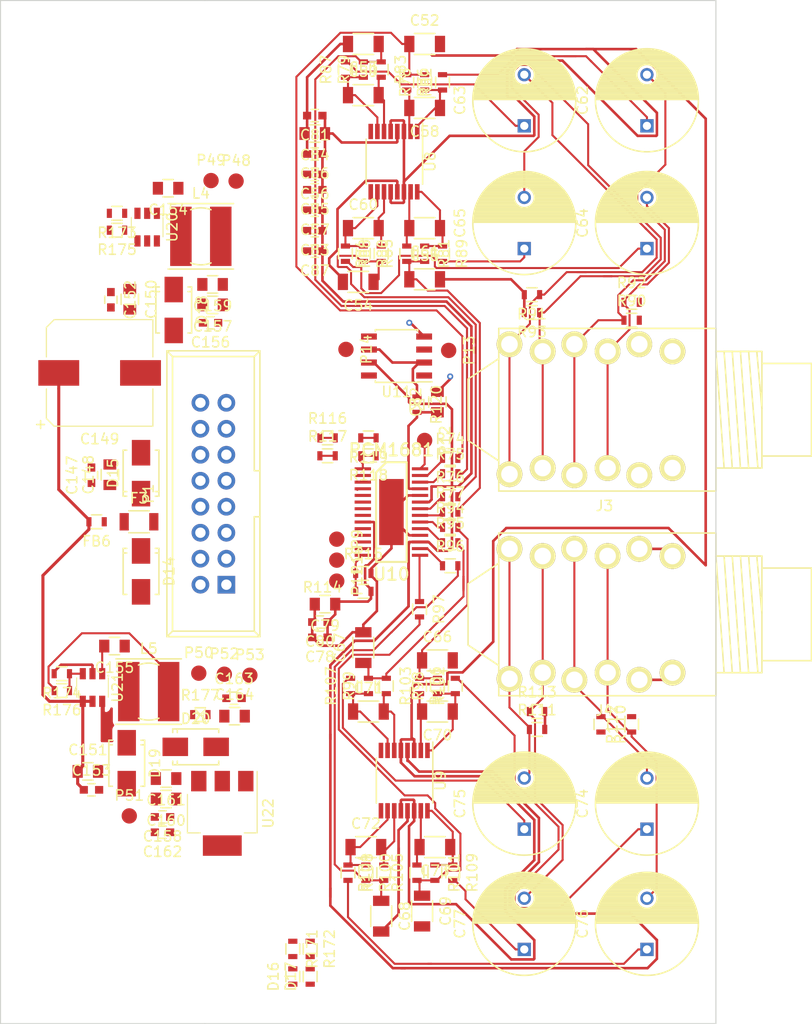
<source format=kicad_pcb>
(kicad_pcb (version 20171130) (host pcbnew "(5.1.2-1)-1")
  (layers (0 F.Cu signal) (31 B.Cu signal) (34 B.Paste user) (35 F.Paste user) (36 B.SilkS user) (37 F.SilkS user) (38 B.Mask user) (39 F.Mask user) (44 Edge.Cuts user))
  (net 0 "")
  (net 1 GND)
  (net 2 +3V3)
  (net 3 +5V)
  (net 4 DAC1_OUT)
  (net 5 DAC2_OUT)
  (net 6 DAC3_OUT)
  (net 7 DAC4_OUT)
  (net 8 DAC5_OUT)
  (net 9 DAC6_OUT)
  (net 10 DAC7_OUT)
  (net 11 DAC8_OUT)
  (net 12 VREF_DAC)
  (net 13 "Net-(R117-Pad2)")
  (net 14 "Net-(R119-Pad2)")
  (net 15 DAC1)
  (net 16 DAC2)
  (net 17 DAC3)
  (net 18 DAC4)
  (net 19 DAC5)
  (net 20 DAC6)
  (net 21 DAC7)
  (net 22 DAC8)
  (net 23 "Net-(C52-Pad1)")
  (net 24 "Net-(C53-Pad1)")
  (net 25 "Net-(C54-Pad1)")
  (net 26 "Net-(C55-Pad1)")
  (net 27 "Net-(C58-Pad1)")
  (net 28 "Net-(C58-Pad2)")
  (net 29 "Net-(C59-Pad1)")
  (net 30 "Net-(C59-Pad2)")
  (net 31 "Net-(C60-Pad1)")
  (net 32 "Net-(C60-Pad2)")
  (net 33 "Net-(C61-Pad1)")
  (net 34 "Net-(C61-Pad2)")
  (net 35 "Net-(C62-Pad1)")
  (net 36 "Net-(C63-Pad1)")
  (net 37 "Net-(C64-Pad1)")
  (net 38 "Net-(C65-Pad1)")
  (net 39 "Net-(C66-Pad1)")
  (net 40 "Net-(C67-Pad1)")
  (net 41 "Net-(C68-Pad1)")
  (net 42 "Net-(C69-Pad1)")
  (net 43 "Net-(C70-Pad1)")
  (net 44 "Net-(C70-Pad2)")
  (net 45 "Net-(C71-Pad1)")
  (net 46 "Net-(C71-Pad2)")
  (net 47 "Net-(C72-Pad2)")
  (net 48 "Net-(C72-Pad1)")
  (net 49 "Net-(C73-Pad2)")
  (net 50 "Net-(C73-Pad1)")
  (net 51 "Net-(C74-Pad1)")
  (net 52 "Net-(C75-Pad1)")
  (net 53 "Net-(C76-Pad1)")
  (net 54 "Net-(C77-Pad1)")
  (net 55 "Net-(C82-Pad1)")
  (net 56 "Net-(P9-Pad1)")
  (net 57 "Net-(P10-Pad1)")
  (net 58 "Net-(P11-Pad1)")
  (net 59 "Net-(P12-Pad1)")
  (net 60 "Net-(R114-Pad2)")
  (net 61 "Net-(R116-Pad2)")
  (net 62 "Net-(R118-Pad2)")
  (net 63 "Net-(C147-Pad1)")
  (net 64 "Net-(C149-Pad1)")
  (net 65 "Net-(C154-Pad2)")
  (net 66 "Net-(C154-Pad1)")
  (net 67 "Net-(C155-Pad2)")
  (net 68 "Net-(C155-Pad1)")
  (net 69 "Net-(C158-Pad1)")
  (net 70 VIN)
  (net 71 "Net-(D14-Pad1)")
  (net 72 "Net-(D16-Pad2)")
  (net 73 "Net-(D17-Pad2)")
  (net 74 /DAC/MCLK_DAC)
  (net 75 /DAC/LRCLK_OUT3)
  (net 76 /DAC/BCLK_OUT3)
  (net 77 /DAC/SDATA_OUT3)
  (net 78 "Net-(R173-Pad1)")
  (net 79 "Net-(R174-Pad1)")
  (module fdsp_housing:SOT-223 (layer F.Cu) (at 101.7 109.45 270)
    (fp_text reference U22 (at 0 -4.5 90) (layer F.SilkS))
    (fp_text value LD1117DT50TR)
    (pad 1 smd rect (at -3.15 -2.3 270) (size 2 1.5) (layers F.Cu F.Paste F.Mask) (net 1 GND))
    (pad 3 smd rect (at -3.15 2.3 270) (size 2 1.5) (layers F.Cu F.Paste F.Mask) (net 69 "Net-(C158-Pad1)"))
    (pad 2 smd rect (at -3.15 0 270) (size 2 1.5) (layers F.Cu F.Paste F.Mask) (net 3 +5V))
    (pad 4 smd rect (at 3.15 0 270) (size 2 3.8) (layers F.Cu F.Paste F.Mask))
  )
  (module fdsp_housing:SOT23-6_1.7x3.0mm_Pitch0.95mm (layer F.Cu) (at 89 97.15 270)
    (fp_text reference U21 (at 0 -2.45 90) (layer F.SilkS))
    (fp_text value LM2842Y)
    (pad 6 smd rect (at 1.35 -0.95 270) (size 1.1 0.6) (layers F.Cu F.Paste F.Mask) (net 68 "Net-(C155-Pad1)"))
    (pad 5 smd rect (at 1.35 0 270) (size 1.1 0.6) (layers F.Cu F.Paste F.Mask) (net 64 "Net-(C149-Pad1)"))
    (pad 4 smd rect (at 1.35 0.95 270) (size 1.1 0.6) (layers F.Cu F.Paste F.Mask) (net 64 "Net-(C149-Pad1)"))
    (pad 3 smd rect (at -1.35 0.95 270) (size 1.1 0.6) (layers F.Cu F.Paste F.Mask) (net 79 "Net-(R174-Pad1)"))
    (pad 2 smd rect (at -1.35 0 270) (size 1.1 0.6) (layers F.Cu F.Paste F.Mask) (net 1 GND))
    (pad 1 smd rect (at -1.35 -0.95 270) (size 1.1 0.6) (layers F.Cu F.Paste F.Mask) (net 67 "Net-(C155-Pad2)"))
  )
  (module fdsp_housing:SOT23-6_1.7x3.0mm_Pitch0.95mm (layer F.Cu) (at 94.35 52.15 270)
    (fp_text reference U20 (at 0 -2.45 90) (layer F.SilkS))
    (fp_text value LM2842Y)
    (pad 6 smd rect (at 1.35 -0.95 270) (size 1.1 0.6) (layers F.Cu F.Paste F.Mask) (net 66 "Net-(C154-Pad1)"))
    (pad 5 smd rect (at 1.35 0 270) (size 1.1 0.6) (layers F.Cu F.Paste F.Mask) (net 64 "Net-(C149-Pad1)"))
    (pad 4 smd rect (at 1.35 0.95 270) (size 1.1 0.6) (layers F.Cu F.Paste F.Mask) (net 64 "Net-(C149-Pad1)"))
    (pad 3 smd rect (at -1.35 0.95 270) (size 1.1 0.6) (layers F.Cu F.Paste F.Mask) (net 78 "Net-(R173-Pad1)"))
    (pad 2 smd rect (at -1.35 0 270) (size 1.1 0.6) (layers F.Cu F.Paste F.Mask) (net 1 GND))
    (pad 1 smd rect (at -1.35 -0.95 270) (size 1.1 0.6) (layers F.Cu F.Paste F.Mask) (net 65 "Net-(C154-Pad2)"))
  )
  (module fdsp_resistor:R_0603_Solderjumper_Open (layer F.Cu) (at 99.55 99.8)
    (fp_text reference R177 (at 0 -1.9) (layer F.SilkS))
    (fp_text value Jumper_NO_Small hide)
    (pad 2 smd rect (at 0.75 0) (size 0.5 0.9) (layers F.Cu F.Paste F.Mask) (net 3 +5V))
    (pad 1 smd rect (at -0.75 0) (size 0.5 0.9) (layers F.Cu F.Paste F.Mask) (net 69 "Net-(C158-Pad1)"))
  )
  (module fdsp_resistor:R_0603 (layer F.Cu) (at 86 97.45 180)
    (fp_text reference R176 (at 0 -1.9) (layer F.SilkS))
    (fp_text value 5.62k)
    (pad 2 smd rect (at 0.75 0 180) (size 0.5 0.9) (layers F.Cu F.Paste F.Mask) (net 69 "Net-(C158-Pad1)"))
    (pad 1 smd rect (at -0.75 0 180) (size 0.5 0.9) (layers F.Cu F.Paste F.Mask) (net 79 "Net-(R174-Pad1)"))
  )
  (module fdsp_resistor:R_0603 (layer F.Cu) (at 91.4 52.45 180)
    (fp_text reference R175 (at 0 -1.9) (layer F.SilkS))
    (fp_text value 3.4k)
    (pad 2 smd rect (at 0.75 0 180) (size 0.5 0.9) (layers F.Cu F.Paste F.Mask) (net 2 +3V3))
    (pad 1 smd rect (at -0.75 0 180) (size 0.5 0.9) (layers F.Cu F.Paste F.Mask) (net 78 "Net-(R173-Pad1)"))
  )
  (module fdsp_resistor:R_0603 (layer F.Cu) (at 86 95.8 180)
    (fp_text reference R174 (at 0 -1.9) (layer F.SilkS))
    (fp_text value 1.02k)
    (pad 2 smd rect (at 0.75 0 180) (size 0.5 0.9) (layers F.Cu F.Paste F.Mask) (net 1 GND))
    (pad 1 smd rect (at -0.75 0 180) (size 0.5 0.9) (layers F.Cu F.Paste F.Mask) (net 79 "Net-(R174-Pad1)"))
  )
  (module fdsp_resistor:R_0603 (layer F.Cu) (at 91.4 50.8 180)
    (fp_text reference R173 (at 0 -1.9) (layer F.SilkS))
    (fp_text value 1.02k)
    (pad 2 smd rect (at 0.75 0 180) (size 0.5 0.9) (layers F.Cu F.Paste F.Mask) (net 1 GND))
    (pad 1 smd rect (at -0.75 0 180) (size 0.5 0.9) (layers F.Cu F.Paste F.Mask) (net 78 "Net-(R173-Pad1)"))
  )
  (module fdsp_resistor:R_0603 (layer F.Cu) (at 110.3 122.7 270)
    (fp_text reference R172 (at 0 -1.9 90) (layer F.SilkS))
    (fp_text value 1k)
    (pad 2 smd rect (at 0.75 0 270) (size 0.5 0.9) (layers F.Cu F.Paste F.Mask) (net 73 "Net-(D17-Pad2)"))
    (pad 1 smd rect (at -0.75 0 270) (size 0.5 0.9) (layers F.Cu F.Paste F.Mask) (net 3 +5V))
  )
  (module fdsp_resistor:R_0603 (layer F.Cu) (at 108.6 122.7 270)
    (fp_text reference R171 (at 0 -1.9 90) (layer F.SilkS))
    (fp_text value 1k)
    (pad 2 smd rect (at 0.75 0 270) (size 0.5 0.9) (layers F.Cu F.Paste F.Mask) (net 72 "Net-(D16-Pad2)"))
    (pad 1 smd rect (at -0.75 0 270) (size 0.5 0.9) (layers F.Cu F.Paste F.Mask) (net 2 +3V3))
  )
  (module fdsp_misc:Measurement_Point_Round-SMD-Pad_Small (layer F.Cu) (at 104.4 95.95)
    (fp_text reference P53 (at 0 -2) (layer F.SilkS))
    (fp_text value TST)
    (pad 1 smd circle (at 0 0) (size 1.5 1.5) (layers F.Cu F.Mask) (net 1 GND))
  )
  (module fdsp_misc:Measurement_Point_Round-SMD-Pad_Small (layer F.Cu) (at 101.9 95.85)
    (fp_text reference P52 (at 0 -2) (layer F.SilkS))
    (fp_text value TST)
    (pad 1 smd circle (at 0 0) (size 1.5 1.5) (layers F.Cu F.Mask) (net 3 +5V))
  )
  (module fdsp_misc:Measurement_Point_Round-SMD-Pad_Small (layer F.Cu) (at 92.6 109.7)
    (fp_text reference P51 (at 0 -2) (layer F.SilkS))
    (fp_text value TST)
    (pad 1 smd circle (at 0 0) (size 1.5 1.5) (layers F.Cu F.Mask) (net 1 GND))
  )
  (module fdsp_misc:Measurement_Point_Round-SMD-Pad_Small (layer F.Cu) (at 99.4 95.75)
    (fp_text reference P50 (at 0 -2) (layer F.SilkS))
    (fp_text value TST)
    (pad 1 smd circle (at 0 0) (size 1.5 1.5) (layers F.Cu F.Mask) (net 69 "Net-(C158-Pad1)"))
  )
  (module fdsp_misc:Measurement_Point_Round-SMD-Pad_Small (layer F.Cu) (at 100.6 47.6)
    (fp_text reference P49 (at 0 -2) (layer F.SilkS))
    (fp_text value TST)
    (pad 1 smd circle (at 0 0) (size 1.5 1.5) (layers F.Cu F.Mask) (net 1 GND))
  )
  (module fdsp_misc:Measurement_Point_Round-SMD-Pad_Small (layer F.Cu) (at 103.05 47.65)
    (fp_text reference P48 (at 0 -2) (layer F.SilkS))
    (fp_text value TST)
    (pad 1 smd circle (at 0 0) (size 1.5 1.5) (layers F.Cu F.Mask) (net 2 +3V3))
  )
  (module fdsp_connector:IDC_Header_Straight_16pins (layer F.Cu) (at 102.1 87.1 90)
    (fp_text reference P1 (at 8.89 -7.62 90) (layer F.SilkS))
    (fp_text value STDCONN)
    (pad 16 thru_hole oval (at 17.78 -2.54 90) (size 1.7272 1.7272) (drill 1.016) (layers *.Cu *.Mask) (net 1 GND))
    (pad 15 thru_hole oval (at 17.78 0 90) (size 1.7272 1.7272) (drill 1.016) (layers *.Cu *.Mask) (net 74 /DAC/MCLK_DAC))
    (pad 14 thru_hole oval (at 15.24 -2.54 90) (size 1.7272 1.7272) (drill 1.016) (layers *.Cu *.Mask) (net 1 GND))
    (pad 13 thru_hole oval (at 15.24 0 90) (size 1.7272 1.7272) (drill 1.016) (layers *.Cu *.Mask))
    (pad 12 thru_hole oval (at 12.7 -2.54 90) (size 1.7272 1.7272) (drill 1.016) (layers *.Cu *.Mask) (net 1 GND))
    (pad 11 thru_hole oval (at 12.7 0 90) (size 1.7272 1.7272) (drill 1.016) (layers *.Cu *.Mask))
    (pad 10 thru_hole oval (at 10.16 -2.54 90) (size 1.7272 1.7272) (drill 1.016) (layers *.Cu *.Mask) (net 1 GND))
    (pad 9 thru_hole oval (at 10.16 0 90) (size 1.7272 1.7272) (drill 1.016) (layers *.Cu *.Mask) (net 75 /DAC/LRCLK_OUT3))
    (pad 8 thru_hole oval (at 7.62 -2.54 90) (size 1.7272 1.7272) (drill 1.016) (layers *.Cu *.Mask) (net 1 GND))
    (pad 7 thru_hole oval (at 7.62 0 90) (size 1.7272 1.7272) (drill 1.016) (layers *.Cu *.Mask) (net 76 /DAC/BCLK_OUT3))
    (pad 6 thru_hole oval (at 5.08 -2.54 90) (size 1.7272 1.7272) (drill 1.016) (layers *.Cu *.Mask) (net 1 GND))
    (pad 5 thru_hole oval (at 5.08 0 90) (size 1.7272 1.7272) (drill 1.016) (layers *.Cu *.Mask))
    (pad 4 thru_hole oval (at 2.54 -2.54 90) (size 1.7272 1.7272) (drill 1.016) (layers *.Cu *.Mask) (net 1 GND))
    (pad 3 thru_hole oval (at 2.54 0 90) (size 1.7272 1.7272) (drill 1.016) (layers *.Cu *.Mask) (net 77 /DAC/SDATA_OUT3))
    (pad 2 thru_hole oval (at 0 -2.54 90) (size 1.7272 1.7272) (drill 1.016) (layers *.Cu *.Mask) (net 1 GND))
    (pad 1 thru_hole rect (at 0 0 90) (size 1.7272 1.7272) (drill 1.016) (layers *.Cu *.Mask) (net 70 VIN))
  )
  (module fdsp_inductor:Choke_SMD_6.0x5.8 (layer F.Cu) (at 94.5 97.55)
    (fp_text reference L5 (at 0 -4.2) (layer F.SilkS))
    (fp_text value 47u)
    (pad 1 smd rect (at -1.95 0) (size 2.1 5.8) (layers F.Cu F.Paste F.Mask) (net 68 "Net-(C155-Pad1)"))
    (pad 2 smd rect (at 1.95 0) (size 2.1 5.8) (layers F.Cu F.Paste F.Mask) (net 69 "Net-(C158-Pad1)"))
  )
  (module fdsp_inductor:Choke_SMD_6.0x5.8 (layer F.Cu) (at 99.6 53.05)
    (fp_text reference L4 (at 0 -4.2) (layer F.SilkS))
    (fp_text value 47u)
    (pad 1 smd rect (at -1.95 0) (size 2.1 5.8) (layers F.Cu F.Paste F.Mask) (net 66 "Net-(C154-Pad1)"))
    (pad 2 smd rect (at 1.95 0) (size 2.1 5.8) (layers F.Cu F.Paste F.Mask) (net 2 +3V3))
  )
  (module fdsp_resistor:R_0603 (layer F.Cu) (at 89.4 80.95 180)
    (fp_text reference FB6 (at 0 -1.9) (layer F.SilkS))
    (fp_text value BLM18PG471SN1)
    (pad 2 smd rect (at 0.75 0 180) (size 0.5 0.9) (layers F.Cu F.Paste F.Mask) (net 64 "Net-(C149-Pad1)"))
    (pad 1 smd rect (at -0.75 0 180) (size 0.5 0.9) (layers F.Cu F.Paste F.Mask) (net 63 "Net-(C147-Pad1)"))
  )
  (module fdsp_resistor:R_1206 (layer F.Cu) (at 93.55 80.95)
    (fp_text reference F3 (at 0 -2.3) (layer F.SilkS))
    (fp_text value 0ZCJ0050AF2E)
    (pad 2 smd rect (at 1.45 0) (size 0.9 1.7) (layers F.Cu F.Paste F.Mask) (net 71 "Net-(D14-Pad1)"))
    (pad 1 smd rect (at -1.45 0) (size 0.9 1.7) (layers F.Cu F.Paste F.Mask) (net 63 "Net-(C147-Pad1)"))
  )
  (module fdsp_diode:SMA (layer F.Cu) (at 99.1 102.95)
    (fp_text reference D20 (at 0 -2.75) (layer F.SilkS))
    (fp_text value B150)
    (pad 2 smd rect (at 1.99898 0) (size 2.49936 1.80086) (layers F.Cu F.Paste F.Mask) (net 3 +5V))
    (pad 1 smd rect (at -1.99898 0) (size 2.49936 1.80086) (layers F.Cu F.Paste F.Mask) (net 69 "Net-(C158-Pad1)"))
  )
  (module fdsp_diode:SMA (layer F.Cu) (at 92.35 104.55 270)
    (fp_text reference D19 (at 0 -2.75 90) (layer F.SilkS))
    (fp_text value B150)
    (pad 2 smd rect (at 1.99898 0 270) (size 2.49936 1.80086) (layers F.Cu F.Paste F.Mask) (net 1 GND))
    (pad 1 smd rect (at -1.99898 0 270) (size 2.49936 1.80086) (layers F.Cu F.Paste F.Mask) (net 68 "Net-(C155-Pad1)"))
  )
  (module fdsp_diode:SMA (layer F.Cu) (at 96.95 60.25 270)
    (fp_text reference D18 (at 0 -2.75 90) (layer F.SilkS))
    (fp_text value B150)
    (pad 2 smd rect (at 1.99898 0 270) (size 2.49936 1.80086) (layers F.Cu F.Paste F.Mask) (net 1 GND))
    (pad 1 smd rect (at -1.99898 0 270) (size 2.49936 1.80086) (layers F.Cu F.Paste F.Mask) (net 66 "Net-(C154-Pad1)"))
  )
  (module fdsp_resistor:R_0603 (layer F.Cu) (at 110.3 125.4 90)
    (fp_text reference D17 (at 0 -1.9 90) (layer F.SilkS))
    (fp_text value green)
    (pad 2 smd rect (at 0.75 0 90) (size 0.5 0.9) (layers F.Cu F.Paste F.Mask) (net 73 "Net-(D17-Pad2)"))
    (pad 1 smd rect (at -0.75 0 90) (size 0.5 0.9) (layers F.Cu F.Paste F.Mask) (net 1 GND))
  )
  (module fdsp_resistor:R_0603 (layer F.Cu) (at 108.6 125.4 90)
    (fp_text reference D16 (at 0 -1.9 90) (layer F.SilkS))
    (fp_text value green)
    (pad 2 smd rect (at 0.75 0 90) (size 0.5 0.9) (layers F.Cu F.Paste F.Mask) (net 72 "Net-(D16-Pad2)"))
    (pad 1 smd rect (at -0.75 0 90) (size 0.5 0.9) (layers F.Cu F.Paste F.Mask) (net 1 GND))
  )
  (module fdsp_diode:SMA (layer F.Cu) (at 93.75 76.2 90)
    (fp_text reference D15 (at 0 -2.75 90) (layer F.SilkS))
    (fp_text value SMAJ28A)
    (pad 2 smd rect (at 1.99898 0 90) (size 2.49936 1.80086) (layers F.Cu F.Paste F.Mask) (net 1 GND))
    (pad 1 smd rect (at -1.99898 0 90) (size 2.49936 1.80086) (layers F.Cu F.Paste F.Mask) (net 63 "Net-(C147-Pad1)"))
  )
  (module fdsp_diode:SMA (layer F.Cu) (at 93.75 85.8 270)
    (fp_text reference D14 (at 0 -2.75 90) (layer F.SilkS))
    (fp_text value B150)
    (pad 2 smd rect (at 1.99898 0 270) (size 2.49936 1.80086) (layers F.Cu F.Paste F.Mask) (net 70 VIN))
    (pad 1 smd rect (at -1.99898 0 270) (size 2.49936 1.80086) (layers F.Cu F.Paste F.Mask) (net 71 "Net-(D14-Pad1)"))
  )
  (module fdsp_capacitor:C_0805 (layer F.Cu) (at 102.9 99.95)
    (fp_text reference C164 (at 0 -2.1) (layer F.SilkS))
    (fp_text value 10u)
    (pad 2 smd rect (at 1 0) (size 1 1.25) (layers F.Cu F.Paste F.Mask) (net 1 GND))
    (pad 1 smd rect (at -1 0) (size 1 1.25) (layers F.Cu F.Paste F.Mask) (net 3 +5V))
  )
  (module fdsp_capacitor:C_0603 (layer F.Cu) (at 102.85 98.2)
    (fp_text reference C163 (at 0 -1.9) (layer F.SilkS))
    (fp_text value 100n)
    (pad 2 smd rect (at 0.75 0) (size 0.8 0.75) (layers F.Cu F.Paste F.Mask) (net 1 GND))
    (pad 1 smd rect (at -0.75 0) (size 0.8 0.75) (layers F.Cu F.Paste F.Mask) (net 3 +5V))
  )
  (module fdsp_capacitor:C_0603 (layer F.Cu) (at 95.85 111.3 180)
    (fp_text reference C162 (at 0 -1.9) (layer F.SilkS))
    (fp_text value 100n)
    (pad 2 smd rect (at 0.75 0 180) (size 0.8 0.75) (layers F.Cu F.Paste F.Mask) (net 1 GND))
    (pad 1 smd rect (at -0.75 0 180) (size 0.8 0.75) (layers F.Cu F.Paste F.Mask) (net 69 "Net-(C158-Pad1)"))
  )
  (module fdsp_capacitor:C_0805 (layer F.Cu) (at 96.2 106.05 180)
    (fp_text reference C161 (at 0 -2.1) (layer F.SilkS))
    (fp_text value 10u)
    (pad 2 smd rect (at 1 0 180) (size 1 1.25) (layers F.Cu F.Paste F.Mask) (net 1 GND))
    (pad 1 smd rect (at -1 0 180) (size 1 1.25) (layers F.Cu F.Paste F.Mask) (net 69 "Net-(C158-Pad1)"))
  )
  (module fdsp_capacitor:C_0805 (layer F.Cu) (at 96.2 108.05 180)
    (fp_text reference C160 (at 0 -2.1) (layer F.SilkS))
    (fp_text value 10u)
    (pad 2 smd rect (at 1 0 180) (size 1 1.25) (layers F.Cu F.Paste F.Mask) (net 1 GND))
    (pad 1 smd rect (at -1 0 180) (size 1 1.25) (layers F.Cu F.Paste F.Mask) (net 69 "Net-(C158-Pad1)"))
  )
  (module fdsp_capacitor:C_0805 (layer F.Cu) (at 100.75 57.75 180)
    (fp_text reference C159 (at 0 -2.1) (layer F.SilkS))
    (fp_text value 10u)
    (pad 2 smd rect (at 1 0 180) (size 1 1.25) (layers F.Cu F.Paste F.Mask) (net 1 GND))
    (pad 1 smd rect (at -1 0 180) (size 1 1.25) (layers F.Cu F.Paste F.Mask) (net 2 +3V3))
  )
  (module fdsp_capacitor:C_0603 (layer F.Cu) (at 95.85 109.8 180)
    (fp_text reference C158 (at 0 -1.9) (layer F.SilkS))
    (fp_text value 100n)
    (pad 2 smd rect (at 0.75 0 180) (size 0.8 0.75) (layers F.Cu F.Paste F.Mask) (net 1 GND))
    (pad 1 smd rect (at -0.75 0 180) (size 0.8 0.75) (layers F.Cu F.Paste F.Mask) (net 69 "Net-(C158-Pad1)"))
  )
  (module fdsp_capacitor:C_0805 (layer F.Cu) (at 100.75 59.75 180)
    (fp_text reference C157 (at 0 -2.1) (layer F.SilkS))
    (fp_text value 10u)
    (pad 2 smd rect (at 1 0 180) (size 1 1.25) (layers F.Cu F.Paste F.Mask) (net 1 GND))
    (pad 1 smd rect (at -1 0 180) (size 1 1.25) (layers F.Cu F.Paste F.Mask) (net 2 +3V3))
  )
  (module fdsp_capacitor:C_0603 (layer F.Cu) (at 100.55 61.5 180)
    (fp_text reference C156 (at 0 -1.9) (layer F.SilkS))
    (fp_text value 100n)
    (pad 2 smd rect (at 0.75 0 180) (size 0.8 0.75) (layers F.Cu F.Paste F.Mask) (net 1 GND))
    (pad 1 smd rect (at -0.75 0 180) (size 0.8 0.75) (layers F.Cu F.Paste F.Mask) (net 2 +3V3))
  )
  (module fdsp_capacitor:C_0805 (layer F.Cu) (at 91.15 93.1 180)
    (fp_text reference C155 (at 0 -2.1) (layer F.SilkS))
    (fp_text value 150n)
    (pad 2 smd rect (at 1 0 180) (size 1 1.25) (layers F.Cu F.Paste F.Mask) (net 67 "Net-(C155-Pad2)"))
    (pad 1 smd rect (at -1 0 180) (size 1 1.25) (layers F.Cu F.Paste F.Mask) (net 68 "Net-(C155-Pad1)"))
  )
  (module fdsp_capacitor:C_0805 (layer F.Cu) (at 96.4 48.35 180)
    (fp_text reference C154 (at 0 -2.1) (layer F.SilkS))
    (fp_text value 150n)
    (pad 2 smd rect (at 1 0 180) (size 1 1.25) (layers F.Cu F.Paste F.Mask) (net 65 "Net-(C154-Pad2)"))
    (pad 1 smd rect (at -1 0 180) (size 1 1.25) (layers F.Cu F.Paste F.Mask) (net 66 "Net-(C154-Pad1)"))
  )
  (module fdsp_capacitor:C_0603 (layer F.Cu) (at 88.9 107.15)
    (fp_text reference C153 (at 0 -1.9) (layer F.SilkS))
    (fp_text value 100n)
    (pad 2 smd rect (at 0.75 0) (size 0.8 0.75) (layers F.Cu F.Paste F.Mask) (net 1 GND))
    (pad 1 smd rect (at -0.75 0) (size 0.8 0.75) (layers F.Cu F.Paste F.Mask) (net 64 "Net-(C149-Pad1)"))
  )
  (module fdsp_capacitor:C_0603 (layer F.Cu) (at 90.8 59.25 270)
    (fp_text reference C152 (at 0 -1.9 90) (layer F.SilkS))
    (fp_text value 100n)
    (pad 2 smd rect (at 0.75 0 270) (size 0.8 0.75) (layers F.Cu F.Paste F.Mask) (net 1 GND))
    (pad 1 smd rect (at -0.75 0 270) (size 0.8 0.75) (layers F.Cu F.Paste F.Mask) (net 64 "Net-(C149-Pad1)"))
  )
  (module fdsp_capacitor:C_0805 (layer F.Cu) (at 88.55 105.35)
    (fp_text reference C151 (at 0 -2.1) (layer F.SilkS))
    (fp_text value 10u)
    (pad 2 smd rect (at 1 0) (size 1 1.25) (layers F.Cu F.Paste F.Mask) (net 1 GND))
    (pad 1 smd rect (at -1 0) (size 1 1.25) (layers F.Cu F.Paste F.Mask) (net 64 "Net-(C149-Pad1)"))
  )
  (module fdsp_capacitor:C_0805 (layer F.Cu) (at 92.65 59.2 270)
    (fp_text reference C150 (at 0 -2.1 90) (layer F.SilkS))
    (fp_text value 10u)
    (pad 2 smd rect (at 1 0 270) (size 1 1.25) (layers F.Cu F.Paste F.Mask) (net 1 GND))
    (pad 1 smd rect (at -1 0 270) (size 1 1.25) (layers F.Cu F.Paste F.Mask) (net 64 "Net-(C149-Pad1)"))
  )
  (module fdsp_capacitor:CP_Elec_10x10.5 (layer F.Cu) (at 89.7 66.4)
    (fp_text reference C149 (at 0 6.46) (layer F.SilkS))
    (fp_text value 100u)
    (fp_text user + (at -5.78 4.97) (layer F.SilkS))
    (pad 2 smd rect (at 4 0 180) (size 4 2.5) (layers F.Cu F.Paste F.Mask) (net 1 GND))
    (pad 1 smd rect (at -4 0 180) (size 4 2.5) (layers F.Cu F.Paste F.Mask) (net 64 "Net-(C149-Pad1)"))
  )
  (module fdsp_capacitor:C_0805 (layer F.Cu) (at 90.7 76.35 90)
    (fp_text reference C148 (at 0 -2.1 90) (layer F.SilkS))
    (fp_text value 10u)
    (pad 2 smd rect (at 1 0 90) (size 1 1.25) (layers F.Cu F.Paste F.Mask) (net 1 GND))
    (pad 1 smd rect (at -1 0 90) (size 1 1.25) (layers F.Cu F.Paste F.Mask) (net 63 "Net-(C147-Pad1)"))
  )
  (module fdsp_capacitor:C_0603 (layer F.Cu) (at 88.9 76.4 90)
    (fp_text reference C147 (at 0 -1.9 90) (layer F.SilkS))
    (fp_text value 100n)
    (pad 2 smd rect (at 0.75 0 90) (size 0.8 0.75) (layers F.Cu F.Paste F.Mask) (net 1 GND))
    (pad 1 smd rect (at -0.75 0 90) (size 0.8 0.75) (layers F.Cu F.Paste F.Mask) (net 63 "Net-(C147-Pad1)"))
  )
  (module fdsp_capacitor:C_Radial_D10_L16_P5 (layer F.Cu) (at 143.25 122.75 90)
    (fp_text reference C76 (at 2.5 -6.3 90) (layer F.SilkS))
    (fp_text value 10u)
    (pad 1 thru_hole rect (at 0 0 90) (size 1.3 1.3) (drill 0.8) (layers *.Cu *.Mask) (net 53 "Net-(C76-Pad1)"))
    (pad 2 thru_hole circle (at 5 0 90) (size 1.3 1.3) (drill 0.8) (layers *.Cu *.Mask) (net 10 DAC7_OUT))
  )
  (module fdsp_resistor:R_0603_Solderjumper_Closed (layer F.Cu) (at 112 72.75)
    (fp_text reference R116 (at 0 -1.9) (layer F.SilkS))
    (fp_text value Jumper_NC_Small hide)
    (fp_line (start -0.75 0) (end 0.75 0) (layer F.Cu) (width 0.2))
    (pad 1 smd rect (at -0.75 0) (size 0.5 0.9) (layers F.Cu F.Paste F.Mask) (net 1 GND))
    (pad 2 smd rect (at 0.75 0) (size 0.5 0.9) (layers F.Cu F.Paste F.Mask) (net 61 "Net-(R116-Pad2)"))
  )
  (module fdsp_capacitor:C_0603 (layer F.Cu) (at 111.25 92.25 180)
    (fp_text reference C78 (at 0 -1.9) (layer F.SilkS))
    (fp_text value 100n)
    (pad 2 smd rect (at 0.75 0 180) (size 0.8 0.75) (layers F.Cu F.Paste F.Mask) (net 1 GND))
    (pad 1 smd rect (at -0.75 0 180) (size 0.8 0.75) (layers F.Cu F.Paste F.Mask) (net 2 +3V3))
  )
  (module fdsp_capacitor:C_0805 (layer F.Cu) (at 111.75 89 180)
    (fp_text reference C79 (at 0 -2.1) (layer F.SilkS))
    (fp_text value 10u)
    (pad 1 smd rect (at -1 0 180) (size 1 1.25) (layers F.Cu F.Paste F.Mask) (net 2 +3V3))
    (pad 2 smd rect (at 1 0 180) (size 1 1.25) (layers F.Cu F.Paste F.Mask) (net 1 GND))
  )
  (module fdsp_capacitor:C_0603 (layer F.Cu) (at 111.25 90.75 180)
    (fp_text reference C80 (at 0 -1.9) (layer F.SilkS))
    (fp_text value 1u)
    (pad 1 smd rect (at -0.75 0 180) (size 0.8 0.75) (layers F.Cu F.Paste F.Mask) (net 2 +3V3))
    (pad 2 smd rect (at 0.75 0 180) (size 0.8 0.75) (layers F.Cu F.Paste F.Mask) (net 1 GND))
  )
  (module fdsp_capacitor:C_0603 (layer F.Cu) (at 110.75 41.25 180)
    (fp_text reference C81 (at 0 -1.9) (layer F.SilkS))
    (fp_text value 1u)
    (pad 1 smd rect (at -0.75 0 180) (size 0.8 0.75) (layers F.Cu F.Paste F.Mask) (net 3 +5V))
    (pad 2 smd rect (at 0.75 0 180) (size 0.8 0.75) (layers F.Cu F.Paste F.Mask) (net 1 GND))
  )
  (module fdsp_capacitor:C_0805 (layer F.Cu) (at 122.75 69.25 90)
    (fp_text reference C82 (at 0 -2.1 90) (layer F.SilkS))
    (fp_text value 10u)
    (pad 1 smd rect (at -1 0 90) (size 1 1.25) (layers F.Cu F.Paste F.Mask) (net 55 "Net-(C82-Pad1)"))
    (pad 2 smd rect (at 1 0 90) (size 1 1.25) (layers F.Cu F.Paste F.Mask) (net 1 GND))
  )
  (module fdsp_capacitor:C_0603 (layer F.Cu) (at 110.75 52.5 180)
    (fp_text reference C83 (at 0 -1.9) (layer F.SilkS))
    (fp_text value 1u)
    (pad 2 smd rect (at 0.75 0 180) (size 0.8 0.75) (layers F.Cu F.Paste F.Mask) (net 1 GND))
    (pad 1 smd rect (at -0.75 0 180) (size 0.8 0.75) (layers F.Cu F.Paste F.Mask) (net 3 +5V))
  )
  (module fdsp_capacitor:C_0805 (layer F.Cu) (at 110.75 43 180)
    (fp_text reference C84 (at 0 -2.1) (layer F.SilkS))
    (fp_text value 10u)
    (pad 2 smd rect (at 1 0 180) (size 1 1.25) (layers F.Cu F.Paste F.Mask) (net 1 GND))
    (pad 1 smd rect (at -1 0 180) (size 1 1.25) (layers F.Cu F.Paste F.Mask) (net 3 +5V))
  )
  (module fdsp_capacitor:C_0603 (layer F.Cu) (at 110.75 48.5 180)
    (fp_text reference C85 (at 0 -1.9) (layer F.SilkS))
    (fp_text value 100n)
    (pad 1 smd rect (at -0.75 0 180) (size 0.8 0.75) (layers F.Cu F.Paste F.Mask) (net 3 +5V))
    (pad 2 smd rect (at 0.75 0 180) (size 0.8 0.75) (layers F.Cu F.Paste F.Mask) (net 1 GND))
  )
  (module fdsp_capacitor:C_0603 (layer F.Cu) (at 110.75 45 180)
    (fp_text reference C86 (at 0 -1.9) (layer F.SilkS))
    (fp_text value 100n)
    (pad 2 smd rect (at 0.75 0 180) (size 0.8 0.75) (layers F.Cu F.Paste F.Mask) (net 1 GND))
    (pad 1 smd rect (at -0.75 0 180) (size 0.8 0.75) (layers F.Cu F.Paste F.Mask) (net 3 +5V))
  )
  (module fdsp_capacitor:C_0603 (layer F.Cu) (at 110.75 54.5 180)
    (fp_text reference C87 (at 0 -1.9) (layer F.SilkS))
    (fp_text value 100n)
    (pad 1 smd rect (at -0.75 0 180) (size 0.8 0.75) (layers F.Cu F.Paste F.Mask) (net 3 +5V))
    (pad 2 smd rect (at 0.75 0 180) (size 0.8 0.75) (layers F.Cu F.Paste F.Mask) (net 1 GND))
  )
  (module fdsp_capacitor:C_1206 (layer F.Cu) (at 121.5 34.25)
    (fp_text reference C52 (at 0 -2.3) (layer F.SilkS))
    (fp_text value 4700p)
    (pad 2 smd rect (at 1.5 0) (size 1 1.6) (layers F.Cu F.Paste F.Mask) (net 1 GND))
    (pad 1 smd rect (at -1.5 0) (size 1 1.6) (layers F.Cu F.Paste F.Mask) (net 23 "Net-(C52-Pad1)"))
  )
  (module fdsp_capacitor:C_1206 (layer F.Cu) (at 115.5 34.25 180)
    (fp_text reference C53 (at 0 -2.3) (layer F.SilkS))
    (fp_text value 4700p)
    (pad 2 smd rect (at 1.5 0 180) (size 1 1.6) (layers F.Cu F.Paste F.Mask) (net 1 GND))
    (pad 1 smd rect (at -1.5 0 180) (size 1 1.6) (layers F.Cu F.Paste F.Mask) (net 24 "Net-(C53-Pad1)"))
  )
  (module fdsp_capacitor:C_1206 (layer F.Cu) (at 115 57.5 180)
    (fp_text reference C54 (at 0 -2.3) (layer F.SilkS))
    (fp_text value 4700p)
    (pad 2 smd rect (at 1.5 0 180) (size 1 1.6) (layers F.Cu F.Paste F.Mask) (net 1 GND))
    (pad 1 smd rect (at -1.5 0 180) (size 1 1.6) (layers F.Cu F.Paste F.Mask) (net 25 "Net-(C54-Pad1)"))
  )
  (module fdsp_capacitor:C_1206 (layer F.Cu) (at 121.5 57.25)
    (fp_text reference C55 (at 0 -2.3) (layer F.SilkS))
    (fp_text value 4700p)
    (pad 2 smd rect (at 1.5 0) (size 1 1.6) (layers F.Cu F.Paste F.Mask) (net 1 GND))
    (pad 1 smd rect (at -1.5 0) (size 1 1.6) (layers F.Cu F.Paste F.Mask) (net 26 "Net-(C55-Pad1)"))
  )
  (module fdsp_capacitor:C_0603 (layer F.Cu) (at 110.75 47 180)
    (fp_text reference C56 (at 0 -1.9) (layer F.SilkS))
    (fp_text value 100n)
    (pad 2 smd rect (at 0.75 0 180) (size 0.8 0.75) (layers F.Cu F.Paste F.Mask) (net 1 GND))
    (pad 1 smd rect (at -0.75 0 180) (size 0.8 0.75) (layers F.Cu F.Paste F.Mask) (net 3 +5V))
  )
  (module fdsp_capacitor:C_0603 (layer F.Cu) (at 110.75 50.5 180)
    (fp_text reference C57 (at 0 -1.9) (layer F.SilkS))
    (fp_text value 100n)
    (pad 1 smd rect (at -0.75 0 180) (size 0.8 0.75) (layers F.Cu F.Paste F.Mask) (net 3 +5V))
    (pad 2 smd rect (at 0.75 0 180) (size 0.8 0.75) (layers F.Cu F.Paste F.Mask) (net 1 GND))
  )
  (module fdsp_capacitor:C_1206 (layer F.Cu) (at 121.5 40.5 180)
    (fp_text reference C58 (at 0 -2.3) (layer F.SilkS))
    (fp_text value 470p)
    (pad 1 smd rect (at -1.5 0 180) (size 1 1.6) (layers F.Cu F.Paste F.Mask) (net 27 "Net-(C58-Pad1)"))
    (pad 2 smd rect (at 1.5 0 180) (size 1 1.6) (layers F.Cu F.Paste F.Mask) (net 28 "Net-(C58-Pad2)"))
  )
  (module fdsp_capacitor:C_1206 (layer F.Cu) (at 115.5 39.25)
    (fp_text reference C59 (at 0 -2.3) (layer F.SilkS))
    (fp_text value 470p)
    (pad 1 smd rect (at -1.5 0) (size 1 1.6) (layers F.Cu F.Paste F.Mask) (net 29 "Net-(C59-Pad1)"))
    (pad 2 smd rect (at 1.5 0) (size 1 1.6) (layers F.Cu F.Paste F.Mask) (net 30 "Net-(C59-Pad2)"))
  )
  (module fdsp_capacitor:C_1206 (layer F.Cu) (at 115.5 52.25)
    (fp_text reference C60 (at 0 -2.3) (layer F.SilkS))
    (fp_text value 470p)
    (pad 1 smd rect (at -1.5 0) (size 1 1.6) (layers F.Cu F.Paste F.Mask) (net 31 "Net-(C60-Pad1)"))
    (pad 2 smd rect (at 1.5 0) (size 1 1.6) (layers F.Cu F.Paste F.Mask) (net 32 "Net-(C60-Pad2)"))
  )
  (module fdsp_capacitor:C_1206 (layer F.Cu) (at 121.5 52.25 180)
    (fp_text reference C61 (at 0 -2.3) (layer F.SilkS))
    (fp_text value 470p)
    (pad 1 smd rect (at -1.5 0 180) (size 1 1.6) (layers F.Cu F.Paste F.Mask) (net 33 "Net-(C61-Pad1)"))
    (pad 2 smd rect (at 1.5 0 180) (size 1 1.6) (layers F.Cu F.Paste F.Mask) (net 34 "Net-(C61-Pad2)"))
  )
  (module fdsp_capacitor:C_Radial_D10_L16_P5 (layer F.Cu) (at 143.25 42.25 90)
    (fp_text reference C62 (at 2.5 -6.3 90) (layer F.SilkS))
    (fp_text value 10u)
    (pad 1 thru_hole rect (at 0 0 90) (size 1.3 1.3) (drill 0.8) (layers *.Cu *.Mask) (net 35 "Net-(C62-Pad1)"))
    (pad 2 thru_hole circle (at 5 0 90) (size 1.3 1.3) (drill 0.8) (layers *.Cu *.Mask) (net 4 DAC1_OUT))
  )
  (module fdsp_capacitor:C_Radial_D10_L16_P5 (layer F.Cu) (at 131.25 42.25 90)
    (fp_text reference C63 (at 2.5 -6.3 90) (layer F.SilkS))
    (fp_text value 10u)
    (pad 2 thru_hole circle (at 5 0 90) (size 1.3 1.3) (drill 0.8) (layers *.Cu *.Mask) (net 5 DAC2_OUT))
    (pad 1 thru_hole rect (at 0 0 90) (size 1.3 1.3) (drill 0.8) (layers *.Cu *.Mask) (net 36 "Net-(C63-Pad1)"))
  )
  (module fdsp_capacitor:C_Radial_D10_L16_P5 (layer F.Cu) (at 143.25 54.25 90)
    (fp_text reference C64 (at 2.5 -6.3 90) (layer F.SilkS))
    (fp_text value 10u)
    (pad 2 thru_hole circle (at 5 0 90) (size 1.3 1.3) (drill 0.8) (layers *.Cu *.Mask) (net 6 DAC3_OUT))
    (pad 1 thru_hole rect (at 0 0 90) (size 1.3 1.3) (drill 0.8) (layers *.Cu *.Mask) (net 37 "Net-(C64-Pad1)"))
  )
  (module fdsp_capacitor:C_Radial_D10_L16_P5 (layer F.Cu) (at 131.25 54.25 90)
    (fp_text reference C65 (at 2.5 -6.3 90) (layer F.SilkS))
    (fp_text value 10u)
    (pad 1 thru_hole rect (at 0 0 90) (size 1.3 1.3) (drill 0.8) (layers *.Cu *.Mask) (net 38 "Net-(C65-Pad1)"))
    (pad 2 thru_hole circle (at 5 0 90) (size 1.3 1.3) (drill 0.8) (layers *.Cu *.Mask) (net 7 DAC4_OUT))
  )
  (module fdsp_capacitor:C_1206 (layer F.Cu) (at 122.75 94.5)
    (fp_text reference C66 (at 0 -2.3) (layer F.SilkS))
    (fp_text value 4700p)
    (pad 2 smd rect (at 1.5 0) (size 1 1.6) (layers F.Cu F.Paste F.Mask) (net 1 GND))
    (pad 1 smd rect (at -1.5 0) (size 1 1.6) (layers F.Cu F.Paste F.Mask) (net 39 "Net-(C66-Pad1)"))
  )
  (module fdsp_capacitor:C_1206 (layer F.Cu) (at 115.5 93.25 90)
    (fp_text reference C67 (at 0 -2.3 90) (layer F.SilkS))
    (fp_text value 4700p)
    (pad 2 smd rect (at 1.5 0 90) (size 1 1.6) (layers F.Cu F.Paste F.Mask) (net 1 GND))
    (pad 1 smd rect (at -1.5 0 90) (size 1 1.6) (layers F.Cu F.Paste F.Mask) (net 40 "Net-(C67-Pad1)"))
  )
  (module fdsp_capacitor:C_1206 (layer F.Cu) (at 117.25 119.5 270)
    (fp_text reference C68 (at 0 -2.3 90) (layer F.SilkS))
    (fp_text value 4700p)
    (pad 1 smd rect (at -1.5 0 270) (size 1 1.6) (layers F.Cu F.Paste F.Mask) (net 41 "Net-(C68-Pad1)"))
    (pad 2 smd rect (at 1.5 0 270) (size 1 1.6) (layers F.Cu F.Paste F.Mask) (net 1 GND))
  )
  (module fdsp_capacitor:C_1206 (layer F.Cu) (at 121.25 119 270)
    (fp_text reference C69 (at 0 -2.3 90) (layer F.SilkS))
    (fp_text value 4700p)
    (pad 1 smd rect (at -1.5 0 270) (size 1 1.6) (layers F.Cu F.Paste F.Mask) (net 42 "Net-(C69-Pad1)"))
    (pad 2 smd rect (at 1.5 0 270) (size 1 1.6) (layers F.Cu F.Paste F.Mask) (net 1 GND))
  )
  (module fdsp_capacitor:C_1206 (layer F.Cu) (at 122.75 99.5 180)
    (fp_text reference C70 (at 0 -2.3) (layer F.SilkS))
    (fp_text value 470p)
    (pad 1 smd rect (at -1.5 0 180) (size 1 1.6) (layers F.Cu F.Paste F.Mask) (net 43 "Net-(C70-Pad1)"))
    (pad 2 smd rect (at 1.5 0 180) (size 1 1.6) (layers F.Cu F.Paste F.Mask) (net 44 "Net-(C70-Pad2)"))
  )
  (module fdsp_capacitor:C_1206 (layer F.Cu) (at 116 99.5)
    (fp_text reference C71 (at 0 -2.3) (layer F.SilkS))
    (fp_text value 470p)
    (pad 1 smd rect (at -1.5 0) (size 1 1.6) (layers F.Cu F.Paste F.Mask) (net 45 "Net-(C71-Pad1)"))
    (pad 2 smd rect (at 1.5 0) (size 1 1.6) (layers F.Cu F.Paste F.Mask) (net 46 "Net-(C71-Pad2)"))
  )
  (module fdsp_capacitor:C_1206 (layer F.Cu) (at 115.75 112.75)
    (fp_text reference C72 (at 0 -2.3) (layer F.SilkS))
    (fp_text value 470p)
    (pad 2 smd rect (at 1.5 0) (size 1 1.6) (layers F.Cu F.Paste F.Mask) (net 47 "Net-(C72-Pad2)"))
    (pad 1 smd rect (at -1.5 0) (size 1 1.6) (layers F.Cu F.Paste F.Mask) (net 48 "Net-(C72-Pad1)"))
  )
  (module fdsp_capacitor:C_1206 (layer F.Cu) (at 122.5 112.75 180)
    (fp_text reference C73 (at 0 -2.3) (layer F.SilkS))
    (fp_text value 470p)
    (pad 2 smd rect (at 1.5 0 180) (size 1 1.6) (layers F.Cu F.Paste F.Mask) (net 49 "Net-(C73-Pad2)"))
    (pad 1 smd rect (at -1.5 0 180) (size 1 1.6) (layers F.Cu F.Paste F.Mask) (net 50 "Net-(C73-Pad1)"))
  )
  (module fdsp_capacitor:C_Radial_D10_L16_P5 (layer F.Cu) (at 143.25 111 90)
    (fp_text reference C74 (at 2.5 -6.3 90) (layer F.SilkS))
    (fp_text value 10u)
    (pad 1 thru_hole rect (at 0 0 90) (size 1.3 1.3) (drill 0.8) (layers *.Cu *.Mask) (net 51 "Net-(C74-Pad1)"))
    (pad 2 thru_hole circle (at 5 0 90) (size 1.3 1.3) (drill 0.8) (layers *.Cu *.Mask) (net 8 DAC5_OUT))
  )
  (module fdsp_capacitor:C_Radial_D10_L16_P5 (layer F.Cu) (at 131.25 111 90)
    (fp_text reference C75 (at 2.5 -6.3 90) (layer F.SilkS))
    (fp_text value 10u)
    (pad 2 thru_hole circle (at 5 0 90) (size 1.3 1.3) (drill 0.8) (layers *.Cu *.Mask) (net 9 DAC6_OUT))
    (pad 1 thru_hole rect (at 0 0 90) (size 1.3 1.3) (drill 0.8) (layers *.Cu *.Mask) (net 52 "Net-(C75-Pad1)"))
  )
  (module fdsp_capacitor:C_Radial_D10_L16_P5 (layer F.Cu) (at 131.25 122.75 90)
    (fp_text reference C77 (at 2.5 -6.3 90) (layer F.SilkS))
    (fp_text value 10u)
    (pad 2 thru_hole circle (at 5 0 90) (size 1.3 1.3) (drill 0.8) (layers *.Cu *.Mask) (net 11 DAC8_OUT))
    (pad 1 thru_hole rect (at 0 0 90) (size 1.3 1.3) (drill 0.8) (layers *.Cu *.Mask) (net 54 "Net-(C77-Pad1)"))
  )
  (module fdsp_connector:AUDIO_JACK_STEREO_12PIN_FCR1117 (layer F.Cu) (at 150 70)
    (fp_text reference J3 (at -10.9 9.4) (layer F.SilkS))
    (fp_text value AUDIO_JACK_STEREO_12PIN_FCR1117)
    (pad 1 thru_hole circle (at -4.25 5.7) (size 2.524 2.524) (drill 1.62) (layers *.Cu *.Mask F.SilkS) (net 1 GND))
    (pad 4 thru_hole circle (at -4.25 -5.7) (size 2.524 2.524) (drill 1.62) (layers *.Cu *.Mask F.SilkS) (net 1 GND))
    (pad 2 thru_hole circle (at -10.6 5.7) (size 2.524 2.524) (drill 1.62) (layers *.Cu *.Mask F.SilkS) (net 6 DAC3_OUT))
    (pad 5 thru_hole circle (at -10.6 -5.7) (size 2.524 2.524) (drill 1.62) (layers *.Cu *.Mask F.SilkS) (net 6 DAC3_OUT))
    (pad 7 thru_hole circle (at -7.5 6.4) (size 2.524 2.524) (drill 1.62) (layers *.Cu *.Mask F.SilkS) (net 1 GND))
    (pad 10 thru_hole circle (at -7.5 -6.4) (size 2.524 2.524) (drill 1.62) (layers *.Cu *.Mask F.SilkS) (net 1 GND))
    (pad 3 thru_hole circle (at -16.95 5.7) (size 2.524 2.524) (drill 1.62) (layers *.Cu *.Mask F.SilkS) (net 7 DAC4_OUT))
    (pad 11 thru_hole circle (at -13.85 -6.4) (size 2.524 2.524) (drill 1.62) (layers *.Cu *.Mask F.SilkS) (net 4 DAC1_OUT))
    (pad 12 thru_hole circle (at -20.2 -6.4) (size 2.524 2.524) (drill 1.62) (layers *.Cu *.Mask F.SilkS) (net 5 DAC2_OUT))
    (pad 8 thru_hole circle (at -13.85 6.4) (size 2.524 2.524) (drill 1.62) (layers *.Cu *.Mask F.SilkS) (net 4 DAC1_OUT))
    (pad 9 thru_hole circle (at -20.2 6.3) (size 2.524 2.524) (drill 1.62) (layers *.Cu *.Mask F.SilkS) (net 5 DAC2_OUT))
    (pad 6 thru_hole circle (at -16.95 -5.7) (size 2.524 2.524) (drill 1.62) (layers *.Cu *.Mask F.SilkS) (net 7 DAC4_OUT))
  )
  (module fdsp_connector:AUDIO_JACK_STEREO_12PIN_FCR1117 (layer F.Cu) (at 150 90)
    (fp_text reference J4 (at -10.9 9.4) (layer F.SilkS))
    (fp_text value AUDIO_JACK_STEREO_12PIN_FCR1117)
    (pad 6 thru_hole circle (at -16.95 -5.7) (size 2.524 2.524) (drill 1.62) (layers *.Cu *.Mask F.SilkS) (net 11 DAC8_OUT))
    (pad 9 thru_hole circle (at -20.2 6.3) (size 2.524 2.524) (drill 1.62) (layers *.Cu *.Mask F.SilkS) (net 9 DAC6_OUT))
    (pad 8 thru_hole circle (at -13.85 6.4) (size 2.524 2.524) (drill 1.62) (layers *.Cu *.Mask F.SilkS) (net 8 DAC5_OUT))
    (pad 12 thru_hole circle (at -20.2 -6.4) (size 2.524 2.524) (drill 1.62) (layers *.Cu *.Mask F.SilkS) (net 9 DAC6_OUT))
    (pad 11 thru_hole circle (at -13.85 -6.4) (size 2.524 2.524) (drill 1.62) (layers *.Cu *.Mask F.SilkS) (net 8 DAC5_OUT))
    (pad 3 thru_hole circle (at -16.95 5.7) (size 2.524 2.524) (drill 1.62) (layers *.Cu *.Mask F.SilkS) (net 11 DAC8_OUT))
    (pad 10 thru_hole circle (at -7.5 -6.4) (size 2.524 2.524) (drill 1.62) (layers *.Cu *.Mask F.SilkS) (net 1 GND))
    (pad 7 thru_hole circle (at -7.5 6.4) (size 2.524 2.524) (drill 1.62) (layers *.Cu *.Mask F.SilkS) (net 1 GND))
    (pad 5 thru_hole circle (at -10.6 -5.7) (size 2.524 2.524) (drill 1.62) (layers *.Cu *.Mask F.SilkS) (net 10 DAC7_OUT))
    (pad 2 thru_hole circle (at -10.6 5.7) (size 2.524 2.524) (drill 1.62) (layers *.Cu *.Mask F.SilkS) (net 10 DAC7_OUT))
    (pad 4 thru_hole circle (at -4.25 -5.7) (size 2.524 2.524) (drill 1.62) (layers *.Cu *.Mask F.SilkS) (net 1 GND))
    (pad 1 thru_hole circle (at -4.25 5.7) (size 2.524 2.524) (drill 1.62) (layers *.Cu *.Mask F.SilkS) (net 1 GND))
  )
  (module fdsp_misc:Measurement_Point_Round-SMD-Pad_Small (layer F.Cu) (at 112.9 82.65 270)
    (fp_text reference P9 (at 0 -2 90) (layer F.SilkS))
    (fp_text value TST)
    (pad 1 smd circle (at 0 0 270) (size 1.5 1.5) (layers F.Cu F.Mask) (net 56 "Net-(P9-Pad1)"))
  )
  (module fdsp_misc:Measurement_Point_Round-SMD-Pad_Small (layer F.Cu) (at 112.9 84.7 270)
    (fp_text reference P10 (at 0 -2 90) (layer F.SilkS))
    (fp_text value TST)
    (pad 1 smd circle (at 0 0 270) (size 1.5 1.5) (layers F.Cu F.Mask) (net 57 "Net-(P10-Pad1)"))
  )
  (module fdsp_misc:Measurement_Point_Round-SMD-Pad_Small (layer F.Cu) (at 112.9 86.75 270)
    (fp_text reference P11 (at 0 -2 90) (layer F.SilkS))
    (fp_text value TST)
    (pad 1 smd circle (at 0 0 270) (size 1.5 1.5) (layers F.Cu F.Mask) (net 58 "Net-(P11-Pad1)"))
  )
  (module fdsp_misc:Measurement_Point_Round-SMD-Pad_Small (layer F.Cu) (at 121.5 73 270)
    (fp_text reference P12 (at 0 -2 90) (layer F.SilkS))
    (fp_text value TST)
    (pad 1 smd circle (at 0 0 270) (size 1.5 1.5) (layers F.Cu F.Mask) (net 59 "Net-(P12-Pad1)"))
  )
  (module fdsp_misc:Measurement_Point_Round-SMD-Pad_Small (layer F.Cu) (at 123.85 64.2 270)
    (fp_text reference P13 (at 0 -2 90) (layer F.SilkS))
    (fp_text value TST)
    (pad 1 smd circle (at 0 0 270) (size 1.5 1.5) (layers F.Cu F.Mask) (net 55 "Net-(C82-Pad1)"))
  )
  (module fdsp_misc:Measurement_Point_Round-SMD-Pad_Small (layer F.Cu) (at 113.8 64.1 270)
    (fp_text reference P14 (at 0 -2 90) (layer F.SilkS))
    (fp_text value TST)
    (pad 1 smd circle (at 0 0 270) (size 1.5 1.5) (layers F.Cu F.Mask) (net 12 VREF_DAC))
  )
  (module fdsp_resistor:R_0603 (layer F.Cu) (at 115.5 87.75 180)
    (fp_text reference R114 (at 4 0.4) (layer F.SilkS))
    (fp_text value 220k)
    (pad 1 smd rect (at -0.75 0 180) (size 0.5 0.9) (layers F.Cu F.Paste F.Mask) (net 2 +3V3))
    (pad 2 smd rect (at 0.75 0 180) (size 0.5 0.9) (layers F.Cu F.Paste F.Mask) (net 60 "Net-(R114-Pad2)"))
  )
  (module fdsp_resistor:R_0603 (layer F.Cu) (at 115.5 86)
    (fp_text reference R115 (at 0 -1.9) (layer F.SilkS))
    (fp_text value 220k)
    (pad 2 smd rect (at 0.75 0) (size 0.5 0.9) (layers F.Cu F.Paste F.Mask) (net 1 GND))
    (pad 1 smd rect (at -0.75 0) (size 0.5 0.9) (layers F.Cu F.Paste F.Mask) (net 60 "Net-(R114-Pad2)"))
  )
  (module fdsp_resistor:R_0603_Solderjumper_Closed (layer F.Cu) (at 112 74.5)
    (fp_text reference R117 (at 0 -1.9) (layer F.SilkS))
    (fp_text value Jumper_NC_Small hide)
    (fp_line (start -0.75 0) (end 0.75 0) (layer F.Cu) (width 0.2))
    (pad 2 smd rect (at 0.75 0) (size 0.5 0.9) (layers F.Cu F.Paste F.Mask) (net 13 "Net-(R117-Pad2)"))
    (pad 1 smd rect (at -0.75 0) (size 0.5 0.9) (layers F.Cu F.Paste F.Mask) (net 1 GND))
  )
  (module fdsp_resistor:R_0603_Solderjumper_Closed (layer F.Cu) (at 116 74.5 180)
    (fp_text reference R118 (at 0 -1.9) (layer F.SilkS))
    (fp_text value Jumper_NC_Small hide)
    (fp_line (start -0.75 0) (end 0.75 0) (layer F.Cu) (width 0.2))
    (pad 2 smd rect (at 0.75 0 180) (size 0.5 0.9) (layers F.Cu F.Paste F.Mask) (net 62 "Net-(R118-Pad2)"))
    (pad 1 smd rect (at -0.75 0 180) (size 0.5 0.9) (layers F.Cu F.Paste F.Mask) (net 2 +3V3))
  )
  (module fdsp_resistor:R_0603_Solderjumper_Closed (layer F.Cu) (at 116 72.75 180)
    (fp_text reference R119 (at 0 -1.9) (layer F.SilkS))
    (fp_text value Jumper_NC_Small hide)
    (fp_line (start -0.75 0) (end 0.75 0) (layer F.Cu) (width 0.2))
    (pad 1 smd rect (at -0.75 0 180) (size 0.5 0.9) (layers F.Cu F.Paste F.Mask) (net 2 +3V3))
    (pad 2 smd rect (at 0.75 0 180) (size 0.5 0.9) (layers F.Cu F.Paste F.Mask) (net 14 "Net-(R119-Pad2)"))
  )
  (module fdsp_resistor:R_0603_Solderjumper_Open (layer F.Cu) (at 120.75 69.5 270)
    (fp_text reference R120 (at 0 -1.9 90) (layer F.SilkS))
    (fp_text value Jumper_NO_Small hide)
    (pad 1 smd rect (at -0.75 0 270) (size 0.5 0.9) (layers F.Cu F.Paste F.Mask) (net 12 VREF_DAC))
    (pad 2 smd rect (at 0.75 0 270) (size 0.5 0.9) (layers F.Cu F.Paste F.Mask) (net 55 "Net-(C82-Pad1)"))
  )
  (module fdsp_resistor:R_0603 (layer F.Cu) (at 124 74.75)
    (fp_text reference R74 (at 0 -1.9) (layer F.SilkS))
    (fp_text value 6.2k)
    (pad 1 smd rect (at -0.75 0) (size 0.5 0.9) (layers F.Cu F.Paste F.Mask) (net 15 DAC1))
    (pad 2 smd rect (at 0.75 0) (size 0.5 0.9) (layers F.Cu F.Paste F.Mask) (net 23 "Net-(C52-Pad1)"))
  )
  (module fdsp_resistor:R_0603 (layer F.Cu) (at 124 76.25)
    (fp_text reference R75 (at 0 -1.9) (layer F.SilkS))
    (fp_text value 6.2k)
    (pad 2 smd rect (at 0.75 0) (size 0.5 0.9) (layers F.Cu F.Paste F.Mask) (net 24 "Net-(C53-Pad1)"))
    (pad 1 smd rect (at -0.75 0) (size 0.5 0.9) (layers F.Cu F.Paste F.Mask) (net 16 DAC2))
  )
  (module fdsp_resistor:R_0603 (layer F.Cu) (at 124 78.5)
    (fp_text reference R76 (at 0 -1.9) (layer F.SilkS))
    (fp_text value 6.2k)
    (pad 2 smd rect (at 0.75 0) (size 0.5 0.9) (layers F.Cu F.Paste F.Mask) (net 25 "Net-(C54-Pad1)"))
    (pad 1 smd rect (at -0.75 0) (size 0.5 0.9) (layers F.Cu F.Paste F.Mask) (net 17 DAC3))
  )
  (module fdsp_resistor:R_0603 (layer F.Cu) (at 124 80)
    (fp_text reference R77 (at 0 -1.9) (layer F.SilkS))
    (fp_text value 6.2k)
    (pad 2 smd rect (at 0.75 0) (size 0.5 0.9) (layers F.Cu F.Paste F.Mask) (net 26 "Net-(C55-Pad1)"))
    (pad 1 smd rect (at -0.75 0) (size 0.5 0.9) (layers F.Cu F.Paste F.Mask) (net 18 DAC4))
  )
  (module fdsp_resistor:R_0603 (layer F.Cu) (at 121.5 38 90)
    (fp_text reference R78 (at 0 -1.9 90) (layer F.SilkS))
    (fp_text value 5.9k)
    (pad 2 smd rect (at 0.75 0 90) (size 0.5 0.9) (layers F.Cu F.Paste F.Mask) (net 23 "Net-(C52-Pad1)"))
    (pad 1 smd rect (at -0.75 0 90) (size 0.5 0.9) (layers F.Cu F.Paste F.Mask) (net 27 "Net-(C58-Pad1)"))
  )
  (module fdsp_resistor:R_0603 (layer F.Cu) (at 115.5 36.75 90)
    (fp_text reference R79 (at 0 -1.9 90) (layer F.SilkS))
    (fp_text value 5.9k)
    (pad 1 smd rect (at -0.75 0 90) (size 0.5 0.9) (layers F.Cu F.Paste F.Mask) (net 29 "Net-(C59-Pad1)"))
    (pad 2 smd rect (at 0.75 0 90) (size 0.5 0.9) (layers F.Cu F.Paste F.Mask) (net 24 "Net-(C53-Pad1)"))
  )
  (module fdsp_resistor:R_0603 (layer F.Cu) (at 115.5 54.75 270)
    (fp_text reference R80 (at 0 -1.9 90) (layer F.SilkS))
    (fp_text value 5.9k)
    (pad 2 smd rect (at 0.75 0 270) (size 0.5 0.9) (layers F.Cu F.Paste F.Mask) (net 25 "Net-(C54-Pad1)"))
    (pad 1 smd rect (at -0.75 0 270) (size 0.5 0.9) (layers F.Cu F.Paste F.Mask) (net 31 "Net-(C60-Pad1)"))
  )
  (module fdsp_resistor:R_0603 (layer F.Cu) (at 121.5 54.75 270)
    (fp_text reference R81 (at 0 -1.9 90) (layer F.SilkS))
    (fp_text value 5.9k)
    (pad 1 smd rect (at -0.75 0 270) (size 0.5 0.9) (layers F.Cu F.Paste F.Mask) (net 33 "Net-(C61-Pad1)"))
    (pad 2 smd rect (at 0.75 0 270) (size 0.5 0.9) (layers F.Cu F.Paste F.Mask) (net 26 "Net-(C55-Pad1)"))
  )
  (module fdsp_resistor:R_0603 (layer F.Cu) (at 119.75 38 270)
    (fp_text reference R82 (at 0 -1.9 90) (layer F.SilkS))
    (fp_text value 430)
    (pad 1 smd rect (at -0.75 0 270) (size 0.5 0.9) (layers F.Cu F.Paste F.Mask) (net 23 "Net-(C52-Pad1)"))
    (pad 2 smd rect (at 0.75 0 270) (size 0.5 0.9) (layers F.Cu F.Paste F.Mask) (net 28 "Net-(C58-Pad2)"))
  )
  (module fdsp_resistor:R_0603 (layer F.Cu) (at 117.25 36.75 270)
    (fp_text reference R83 (at 0 -1.9 90) (layer F.SilkS))
    (fp_text value 430)
    (pad 2 smd rect (at 0.75 0 270) (size 0.5 0.9) (layers F.Cu F.Paste F.Mask) (net 30 "Net-(C59-Pad2)"))
    (pad 1 smd rect (at -0.75 0 270) (size 0.5 0.9) (layers F.Cu F.Paste F.Mask) (net 24 "Net-(C53-Pad1)"))
  )
  (module fdsp_resistor:R_0603 (layer F.Cu) (at 117.25 54.75 90)
    (fp_text reference R84 (at 0 -1.9 90) (layer F.SilkS))
    (fp_text value 430)
    (pad 1 smd rect (at -0.75 0 90) (size 0.5 0.9) (layers F.Cu F.Paste F.Mask) (net 25 "Net-(C54-Pad1)"))
    (pad 2 smd rect (at 0.75 0 90) (size 0.5 0.9) (layers F.Cu F.Paste F.Mask) (net 32 "Net-(C60-Pad2)"))
  )
  (module fdsp_resistor:R_0603 (layer F.Cu) (at 119.75 54.75 90)
    (fp_text reference R85 (at 0 -1.9 90) (layer F.SilkS))
    (fp_text value 430)
    (pad 2 smd rect (at 0.75 0 90) (size 0.5 0.9) (layers F.Cu F.Paste F.Mask) (net 34 "Net-(C61-Pad2)"))
    (pad 1 smd rect (at -0.75 0 90) (size 0.5 0.9) (layers F.Cu F.Paste F.Mask) (net 26 "Net-(C55-Pad1)"))
  )
  (module fdsp_resistor:R_0603 (layer F.Cu) (at 123.25 38 90)
    (fp_text reference R86 (at 0 -1.9 90) (layer F.SilkS))
    (fp_text value 47)
    (pad 1 smd rect (at -0.75 0 90) (size 0.5 0.9) (layers F.Cu F.Paste F.Mask) (net 27 "Net-(C58-Pad1)"))
    (pad 2 smd rect (at 0.75 0 90) (size 0.5 0.9) (layers F.Cu F.Paste F.Mask) (net 35 "Net-(C62-Pad1)"))
  )
  (module fdsp_resistor:R_0603 (layer F.Cu) (at 113.75 36.75 90)
    (fp_text reference R87 (at 0 -1.9 90) (layer F.SilkS))
    (fp_text value 47)
    (pad 2 smd rect (at 0.75 0 90) (size 0.5 0.9) (layers F.Cu F.Paste F.Mask) (net 36 "Net-(C63-Pad1)"))
    (pad 1 smd rect (at -0.75 0 90) (size 0.5 0.9) (layers F.Cu F.Paste F.Mask) (net 29 "Net-(C59-Pad1)"))
  )
  (module fdsp_resistor:R_0603 (layer F.Cu) (at 113.75 54.75 270)
    (fp_text reference R88 (at 0 -1.9 90) (layer F.SilkS))
    (fp_text value 47)
    (pad 1 smd rect (at -0.75 0 270) (size 0.5 0.9) (layers F.Cu F.Paste F.Mask) (net 31 "Net-(C60-Pad1)"))
    (pad 2 smd rect (at 0.75 0 270) (size 0.5 0.9) (layers F.Cu F.Paste F.Mask) (net 37 "Net-(C64-Pad1)"))
  )
  (module fdsp_resistor:R_0603 (layer F.Cu) (at 123.25 54.75 270)
    (fp_text reference R89 (at 0 -1.9 90) (layer F.SilkS))
    (fp_text value 47)
    (pad 2 smd rect (at 0.75 0 270) (size 0.5 0.9) (layers F.Cu F.Paste F.Mask) (net 38 "Net-(C65-Pad1)"))
    (pad 1 smd rect (at -0.75 0 270) (size 0.5 0.9) (layers F.Cu F.Paste F.Mask) (net 33 "Net-(C61-Pad1)"))
  )
  (module fdsp_resistor:R_0603 (layer F.Cu) (at 141.75 61.25)
    (fp_text reference R90 (at 0 -1.9) (layer F.SilkS))
    (fp_text value 10k)
    (pad 2 smd rect (at 0.75 0) (size 0.5 0.9) (layers F.Cu F.Paste F.Mask) (net 1 GND))
    (pad 1 smd rect (at -0.75 0) (size 0.5 0.9) (layers F.Cu F.Paste F.Mask) (net 4 DAC1_OUT))
  )
  (module fdsp_resistor:R_0603 (layer F.Cu) (at 132 58.75 180)
    (fp_text reference R91 (at 0 -1.9) (layer F.SilkS))
    (fp_text value 10k)
    (pad 1 smd rect (at -0.75 0 180) (size 0.5 0.9) (layers F.Cu F.Paste F.Mask) (net 5 DAC2_OUT))
    (pad 2 smd rect (at 0.75 0 180) (size 0.5 0.9) (layers F.Cu F.Paste F.Mask) (net 1 GND))
  )
  (module fdsp_resistor:R_0603 (layer F.Cu) (at 141.75 59.5)
    (fp_text reference R92 (at 0 -1.9) (layer F.SilkS))
    (fp_text value 10k)
    (pad 2 smd rect (at 0.75 0) (size 0.5 0.9) (layers F.Cu F.Paste F.Mask) (net 1 GND))
    (pad 1 smd rect (at -0.75 0) (size 0.5 0.9) (layers F.Cu F.Paste F.Mask) (net 6 DAC3_OUT))
  )
  (module fdsp_resistor:R_0603 (layer F.Cu) (at 132 60.5 180)
    (fp_text reference R93 (at 0 -1.9) (layer F.SilkS))
    (fp_text value 10k)
    (pad 1 smd rect (at -0.75 0 180) (size 0.5 0.9) (layers F.Cu F.Paste F.Mask) (net 7 DAC4_OUT))
    (pad 2 smd rect (at 0.75 0 180) (size 0.5 0.9) (layers F.Cu F.Paste F.Mask) (net 1 GND))
  )
  (module fdsp_resistor:R_0603 (layer F.Cu) (at 124 81.5)
    (fp_text reference R94 (at 0 -1.9) (layer F.SilkS))
    (fp_text value 6.2k)
    (pad 2 smd rect (at 0.75 0) (size 0.5 0.9) (layers F.Cu F.Paste F.Mask) (net 39 "Net-(C66-Pad1)"))
    (pad 1 smd rect (at -0.75 0) (size 0.5 0.9) (layers F.Cu F.Paste F.Mask) (net 19 DAC5))
  )
  (module fdsp_resistor:R_0603 (layer F.Cu) (at 124 83)
    (fp_text reference R95 (at 0 -1.9) (layer F.SilkS))
    (fp_text value 6.2k)
    (pad 1 smd rect (at -0.75 0) (size 0.5 0.9) (layers F.Cu F.Paste F.Mask) (net 20 DAC6))
    (pad 2 smd rect (at 0.75 0) (size 0.5 0.9) (layers F.Cu F.Paste F.Mask) (net 40 "Net-(C67-Pad1)"))
  )
  (module fdsp_resistor:R_0603 (layer F.Cu) (at 124 85.25)
    (fp_text reference R96 (at 0 -1.9) (layer F.SilkS))
    (fp_text value 6.2k)
    (pad 2 smd rect (at 0.75 0) (size 0.5 0.9) (layers F.Cu F.Paste F.Mask) (net 41 "Net-(C68-Pad1)"))
    (pad 1 smd rect (at -0.75 0) (size 0.5 0.9) (layers F.Cu F.Paste F.Mask) (net 21 DAC7))
  )
  (module fdsp_resistor:R_0603 (layer F.Cu) (at 121 89.5 270)
    (fp_text reference R97 (at 0 -1.9 90) (layer F.SilkS))
    (fp_text value 6.2k)
    (pad 1 smd rect (at -0.75 0 270) (size 0.5 0.9) (layers F.Cu F.Paste F.Mask) (net 22 DAC8))
    (pad 2 smd rect (at 0.75 0 270) (size 0.5 0.9) (layers F.Cu F.Paste F.Mask) (net 42 "Net-(C69-Pad1)"))
  )
  (module fdsp_resistor:R_0603 (layer F.Cu) (at 122.75 97 90)
    (fp_text reference R98 (at 0 -1.9 90) (layer F.SilkS))
    (fp_text value 5.9k)
    (pad 1 smd rect (at -0.75 0 90) (size 0.5 0.9) (layers F.Cu F.Paste F.Mask) (net 43 "Net-(C70-Pad1)"))
    (pad 2 smd rect (at 0.75 0 90) (size 0.5 0.9) (layers F.Cu F.Paste F.Mask) (net 39 "Net-(C66-Pad1)"))
  )
  (module fdsp_resistor:R_0603 (layer F.Cu) (at 116 97 90)
    (fp_text reference R99 (at 0 -1.9 90) (layer F.SilkS))
    (fp_text value 5.9k)
    (pad 2 smd rect (at 0.75 0 90) (size 0.5 0.9) (layers F.Cu F.Paste F.Mask) (net 40 "Net-(C67-Pad1)"))
    (pad 1 smd rect (at -0.75 0 90) (size 0.5 0.9) (layers F.Cu F.Paste F.Mask) (net 45 "Net-(C71-Pad1)"))
  )
  (module fdsp_resistor:R_0603 (layer F.Cu) (at 115.75 115.25 270)
    (fp_text reference R100 (at 0 -1.9 90) (layer F.SilkS))
    (fp_text value 5.9k)
    (pad 1 smd rect (at -0.75 0 270) (size 0.5 0.9) (layers F.Cu F.Paste F.Mask) (net 48 "Net-(C72-Pad1)"))
    (pad 2 smd rect (at 0.75 0 270) (size 0.5 0.9) (layers F.Cu F.Paste F.Mask) (net 41 "Net-(C68-Pad1)"))
  )
  (module fdsp_resistor:R_0603 (layer F.Cu) (at 122.5 115.25 270)
    (fp_text reference R101 (at 0 -1.9 90) (layer F.SilkS))
    (fp_text value 5.9k)
    (pad 2 smd rect (at 0.75 0 270) (size 0.5 0.9) (layers F.Cu F.Paste F.Mask) (net 42 "Net-(C69-Pad1)"))
    (pad 1 smd rect (at -0.75 0 270) (size 0.5 0.9) (layers F.Cu F.Paste F.Mask) (net 50 "Net-(C73-Pad1)"))
  )
  (module fdsp_resistor:R_0603 (layer F.Cu) (at 121 97 270)
    (fp_text reference R102 (at 0 -1.9 90) (layer F.SilkS))
    (fp_text value 430)
    (pad 1 smd rect (at -0.75 0 270) (size 0.5 0.9) (layers F.Cu F.Paste F.Mask) (net 39 "Net-(C66-Pad1)"))
    (pad 2 smd rect (at 0.75 0 270) (size 0.5 0.9) (layers F.Cu F.Paste F.Mask) (net 44 "Net-(C70-Pad2)"))
  )
  (module fdsp_resistor:R_0603 (layer F.Cu) (at 117.75 97 270)
    (fp_text reference R103 (at 0 -1.9 90) (layer F.SilkS))
    (fp_text value 430)
    (pad 1 smd rect (at -0.75 0 270) (size 0.5 0.9) (layers F.Cu F.Paste F.Mask) (net 40 "Net-(C67-Pad1)"))
    (pad 2 smd rect (at 0.75 0 270) (size 0.5 0.9) (layers F.Cu F.Paste F.Mask) (net 46 "Net-(C71-Pad2)"))
  )
  (module fdsp_resistor:R_0603 (layer F.Cu) (at 117.5 115.25 90)
    (fp_text reference R104 (at 0 -1.9 90) (layer F.SilkS))
    (fp_text value 430)
    (pad 2 smd rect (at 0.75 0 90) (size 0.5 0.9) (layers F.Cu F.Paste F.Mask) (net 47 "Net-(C72-Pad2)"))
    (pad 1 smd rect (at -0.75 0 90) (size 0.5 0.9) (layers F.Cu F.Paste F.Mask) (net 41 "Net-(C68-Pad1)"))
  )
  (module fdsp_resistor:R_0603 (layer F.Cu) (at 120.75 115.25 90)
    (fp_text reference R105 (at 0 -1.9 90) (layer F.SilkS))
    (fp_text value 430)
    (pad 1 smd rect (at -0.75 0 90) (size 0.5 0.9) (layers F.Cu F.Paste F.Mask) (net 42 "Net-(C69-Pad1)"))
    (pad 2 smd rect (at 0.75 0 90) (size 0.5 0.9) (layers F.Cu F.Paste F.Mask) (net 49 "Net-(C73-Pad2)"))
  )
  (module fdsp_resistor:R_0603 (layer F.Cu) (at 124.5 97 90)
    (fp_text reference R106 (at 0 -1.9 90) (layer F.SilkS))
    (fp_text value 47)
    (pad 1 smd rect (at -0.75 0 90) (size 0.5 0.9) (layers F.Cu F.Paste F.Mask) (net 43 "Net-(C70-Pad1)"))
    (pad 2 smd rect (at 0.75 0 90) (size 0.5 0.9) (layers F.Cu F.Paste F.Mask) (net 51 "Net-(C74-Pad1)"))
  )
  (module fdsp_resistor:R_0603 (layer F.Cu) (at 114.25 97 90)
    (fp_text reference R107 (at 0 -1.9 90) (layer F.SilkS))
    (fp_text value 47)
    (pad 2 smd rect (at 0.75 0 90) (size 0.5 0.9) (layers F.Cu F.Paste F.Mask) (net 52 "Net-(C75-Pad1)"))
    (pad 1 smd rect (at -0.75 0 90) (size 0.5 0.9) (layers F.Cu F.Paste F.Mask) (net 45 "Net-(C71-Pad1)"))
  )
  (module fdsp_resistor:R_0603 (layer F.Cu) (at 114 115.25 270)
    (fp_text reference R108 (at 0 -1.9 90) (layer F.SilkS))
    (fp_text value 47)
    (pad 2 smd rect (at 0.75 0 270) (size 0.5 0.9) (layers F.Cu F.Paste F.Mask) (net 53 "Net-(C76-Pad1)"))
    (pad 1 smd rect (at -0.75 0 270) (size 0.5 0.9) (layers F.Cu F.Paste F.Mask) (net 48 "Net-(C72-Pad1)"))
  )
  (module fdsp_resistor:R_0603 (layer F.Cu) (at 124.25 115.25 270)
    (fp_text reference R109 (at 0 -1.9 90) (layer F.SilkS))
    (fp_text value 47)
    (pad 1 smd rect (at -0.75 0 270) (size 0.5 0.9) (layers F.Cu F.Paste F.Mask) (net 50 "Net-(C73-Pad1)"))
    (pad 2 smd rect (at 0.75 0 270) (size 0.5 0.9) (layers F.Cu F.Paste F.Mask) (net 54 "Net-(C77-Pad1)"))
  )
  (module fdsp_resistor:R_0603 (layer F.Cu) (at 138.75 100.75 270)
    (fp_text reference R110 (at 0 -1.9 90) (layer F.SilkS))
    (fp_text value 10k)
    (pad 2 smd rect (at 0.75 0 270) (size 0.5 0.9) (layers F.Cu F.Paste F.Mask) (net 1 GND))
    (pad 1 smd rect (at -0.75 0 270) (size 0.5 0.9) (layers F.Cu F.Paste F.Mask) (net 8 DAC5_OUT))
  )
  (module fdsp_resistor:R_0603 (layer F.Cu) (at 132.5 101.25)
    (fp_text reference R111 (at 0 -1.9) (layer F.SilkS))
    (fp_text value 10k)
    (pad 1 smd rect (at -0.75 0) (size 0.5 0.9) (layers F.Cu F.Paste F.Mask) (net 9 DAC6_OUT))
    (pad 2 smd rect (at 0.75 0) (size 0.5 0.9) (layers F.Cu F.Paste F.Mask) (net 1 GND))
  )
  (module fdsp_resistor:R_0603 (layer F.Cu) (at 141.75 100.75 90)
    (fp_text reference R112 (at 0 -1.9 90) (layer F.SilkS))
    (fp_text value 10k)
    (pad 1 smd rect (at -0.75 0 90) (size 0.5 0.9) (layers F.Cu F.Paste F.Mask) (net 10 DAC7_OUT))
    (pad 2 smd rect (at 0.75 0 90) (size 0.5 0.9) (layers F.Cu F.Paste F.Mask) (net 1 GND))
  )
  (module fdsp_resistor:R_0603 (layer F.Cu) (at 132.5 99.5)
    (fp_text reference R113 (at 0 -1.9) (layer F.SilkS))
    (fp_text value 10k)
    (pad 2 smd rect (at 0.75 0) (size 0.5 0.9) (layers F.Cu F.Paste F.Mask) (net 1 GND))
    (pad 1 smd rect (at -0.75 0) (size 0.5 0.9) (layers F.Cu F.Paste F.Mask) (net 11 DAC8_OUT))
  )
  (module fdsp_housing:TSSOP-28_10x5mm_Pitch0.65mm_PCM1681 (layer F.Cu) (at 118.25 80)
    (fp_text reference U10 (at 0 6.075) (layer F.SilkS) (effects (font (size 1.2 1.2) (thickness 0.2))))
    (fp_text value PCM1681 (at 0 -6.075) (layer F.SilkS) (effects (font (size 1.2 1.2) (thickness 0.2))))
    (pad 1 smd rect (at -2.8 -4.225) (size 1.6 0.3) (layers F.Cu F.Paste F.Mask) (net 62 "Net-(R118-Pad2)"))
    (pad 2 smd rect (at -2.8 -3.575) (size 1.6 0.3) (layers F.Cu F.Paste F.Mask) (net 14 "Net-(R119-Pad2)"))
    (pad 3 smd rect (at -2.8 -2.925) (size 1.6 0.3) (layers F.Cu F.Paste F.Mask) (net 61 "Net-(R116-Pad2)"))
    (pad 4 smd rect (at -2.8 -2.275) (size 1.6 0.3) (layers F.Cu F.Paste F.Mask) (net 13 "Net-(R117-Pad2)"))
    (pad 5 smd rect (at -2.8 -1.625) (size 1.6 0.3) (layers F.Cu F.Paste F.Mask) (net 74 /DAC/MCLK_DAC))
    (pad 6 smd rect (at -2.8 -0.975) (size 1.6 0.3) (layers F.Cu F.Paste F.Mask) (net 77 /DAC/SDATA_OUT3))
    (pad 7 smd rect (at -2.8 -0.325) (size 1.6 0.3) (layers F.Cu F.Paste F.Mask) (net 76 /DAC/BCLK_OUT3))
    (pad 8 smd rect (at -2.8 0.325) (size 1.6 0.3) (layers F.Cu F.Paste F.Mask) (net 75 /DAC/LRCLK_OUT3))
    (pad 9 smd rect (at -2.8 0.975) (size 1.6 0.3) (layers F.Cu F.Paste F.Mask) (net 2 +3V3))
    (pad 10 smd rect (at -2.8 1.625) (size 1.6 0.3) (layers F.Cu F.Paste F.Mask) (net 1 GND))
    (pad 11 smd rect (at -2.8 2.275) (size 1.6 0.3) (layers F.Cu F.Paste F.Mask) (net 56 "Net-(P9-Pad1)"))
    (pad 12 smd rect (at -2.8 2.925) (size 1.6 0.3) (layers F.Cu F.Paste F.Mask) (net 57 "Net-(P10-Pad1)"))
    (pad 13 smd rect (at -2.8 3.575) (size 1.6 0.3) (layers F.Cu F.Paste F.Mask) (net 58 "Net-(P11-Pad1)"))
    (pad 14 smd rect (at -2.8 4.225) (size 1.6 0.3) (layers F.Cu F.Paste F.Mask) (net 60 "Net-(R114-Pad2)"))
    (pad 28 smd rect (at 2.8 -4.225) (size 1.6 0.3) (layers F.Cu F.Paste F.Mask) (net 59 "Net-(P12-Pad1)"))
    (pad 27 smd rect (at 2.8 -3.575) (size 1.6 0.3) (layers F.Cu F.Paste F.Mask) (net 15 DAC1))
    (pad 26 smd rect (at 2.8 -2.925) (size 1.6 0.3) (layers F.Cu F.Paste F.Mask) (net 16 DAC2))
    (pad 25 smd rect (at 2.8 -2.275) (size 1.6 0.3) (layers F.Cu F.Paste F.Mask) (net 55 "Net-(C82-Pad1)"))
    (pad 24 smd rect (at 2.8 -1.625) (size 1.6 0.3) (layers F.Cu F.Paste F.Mask) (net 1 GND))
    (pad 23 smd rect (at 2.8 -0.975) (size 1.6 0.3) (layers F.Cu F.Paste F.Mask) (net 3 +5V))
    (pad 22 smd rect (at 2.8 -0.325) (size 1.6 0.3) (layers F.Cu F.Paste F.Mask) (net 17 DAC3))
    (pad 21 smd rect (at 2.8 0.325) (size 1.6 0.3) (layers F.Cu F.Paste F.Mask) (net 18 DAC4))
    (pad 20 smd rect (at 2.8 0.975) (size 1.6 0.3) (layers F.Cu F.Paste F.Mask) (net 19 DAC5))
    (pad 19 smd rect (at 2.8 1.625) (size 1.6 0.3) (layers F.Cu F.Paste F.Mask) (net 20 DAC6))
    (pad 18 smd rect (at 2.8 2.275) (size 1.6 0.3) (layers F.Cu F.Paste F.Mask) (net 1 GND))
    (pad 17 smd rect (at 2.8 2.925) (size 1.6 0.3) (layers F.Cu F.Paste F.Mask) (net 3 +5V))
    (pad 16 smd rect (at 2.8 3.575) (size 1.6 0.3) (layers F.Cu F.Paste F.Mask) (net 21 DAC7))
    (pad 15 smd rect (at 2.8 4.225) (size 1.6 0.3) (layers F.Cu F.Paste F.Mask) (net 22 DAC8))
    (pad 29 smd rect (at 0 0) (size 2.4 6.46) (layers F.Cu F.Paste F.Mask) (net 1 GND))
  )
  (module fdsp_housing:SOIC-8_3.9x4.9mm_Pitch1.27mm (layer F.Cu) (at 118.75 64.75 180)
    (fp_text reference U11 (at 0 -3.5) (layer F.SilkS))
    (fp_text value OPA337)
    (pad 1 smd rect (at -2.7 -1.905 180) (size 1.55 0.6) (layers F.Cu F.Paste F.Mask))
    (pad 2 smd rect (at -2.7 -0.635 180) (size 1.55 0.6) (layers F.Cu F.Paste F.Mask) (net 12 VREF_DAC))
    (pad 3 smd rect (at -2.7 0.635 180) (size 1.55 0.6) (layers F.Cu F.Paste F.Mask) (net 55 "Net-(C82-Pad1)"))
    (pad 4 smd rect (at -2.7 1.905 180) (size 1.55 0.6) (layers F.Cu F.Paste F.Mask) (net 1 GND))
    (pad 5 smd rect (at 2.7 1.905 180) (size 1.55 0.6) (layers F.Cu F.Paste F.Mask))
    (pad 6 smd rect (at 2.7 0.635 180) (size 1.55 0.6) (layers F.Cu F.Paste F.Mask) (net 12 VREF_DAC))
    (pad 7 smd rect (at 2.7 -0.635 180) (size 1.55 0.6) (layers F.Cu F.Paste F.Mask) (net 3 +5V))
    (pad 8 smd rect (at 2.7 -1.905 180) (size 1.55 0.6) (layers F.Cu F.Paste F.Mask))
  )
  (module fdsp_housing:TSSOP-16_4.4x5mm_Pitch0.65mm (layer F.Cu) (at 118.5 45.75 270)
    (fp_text reference U8 (at 0 -3.55 90) (layer F.SilkS))
    (fp_text value OPA4353)
    (pad 16 smd rect (at 2.95 -2.275 270) (size 1.5 0.45) (layers F.Cu F.Paste F.Mask) (net 33 "Net-(C61-Pad1)"))
    (pad 15 smd rect (at 2.95 -1.625 270) (size 1.5 0.45) (layers F.Cu F.Paste F.Mask) (net 34 "Net-(C61-Pad2)"))
    (pad 14 smd rect (at 2.95 -0.975 270) (size 1.5 0.45) (layers F.Cu F.Paste F.Mask) (net 12 VREF_DAC))
    (pad 13 smd rect (at 2.95 -0.325 270) (size 1.5 0.45) (layers F.Cu F.Paste F.Mask) (net 1 GND))
    (pad 12 smd rect (at 2.95 0.325 270) (size 1.5 0.45) (layers F.Cu F.Paste F.Mask) (net 12 VREF_DAC))
    (pad 11 smd rect (at 2.95 0.975 270) (size 1.5 0.45) (layers F.Cu F.Paste F.Mask) (net 32 "Net-(C60-Pad2)"))
    (pad 10 smd rect (at 2.95 1.625 270) (size 1.5 0.45) (layers F.Cu F.Paste F.Mask) (net 31 "Net-(C60-Pad1)"))
    (pad 9 smd rect (at 2.95 2.275 270) (size 1.5 0.45) (layers F.Cu F.Paste F.Mask))
    (pad 8 smd rect (at -2.95 2.275 270) (size 1.5 0.45) (layers F.Cu F.Paste F.Mask))
    (pad 7 smd rect (at -2.95 1.625 270) (size 1.5 0.45) (layers F.Cu F.Paste F.Mask) (net 29 "Net-(C59-Pad1)"))
    (pad 6 smd rect (at -2.95 0.975 270) (size 1.5 0.45) (layers F.Cu F.Paste F.Mask) (net 30 "Net-(C59-Pad2)"))
    (pad 5 smd rect (at -2.95 0.325 270) (size 1.5 0.45) (layers F.Cu F.Paste F.Mask) (net 12 VREF_DAC))
    (pad 4 smd rect (at -2.95 -0.325 270) (size 1.5 0.45) (layers F.Cu F.Paste F.Mask) (net 3 +5V))
    (pad 3 smd rect (at -2.95 -0.975 270) (size 1.5 0.45) (layers F.Cu F.Paste F.Mask) (net 12 VREF_DAC))
    (pad 2 smd rect (at -2.95 -1.625 270) (size 1.5 0.45) (layers F.Cu F.Paste F.Mask) (net 28 "Net-(C58-Pad2)"))
    (pad 1 smd rect (at -2.95 -2.275 270) (size 1.5 0.45) (layers F.Cu F.Paste F.Mask) (net 27 "Net-(C58-Pad1)"))
  )
  (module fdsp_housing:TSSOP-16_4.4x5mm_Pitch0.65mm (layer F.Cu) (at 119.5 106.25 270)
    (fp_text reference U9 (at 0 -3.55 90) (layer F.SilkS))
    (fp_text value OPA4353)
    (pad 1 smd rect (at -2.95 -2.275 270) (size 1.5 0.45) (layers F.Cu F.Paste F.Mask) (net 43 "Net-(C70-Pad1)"))
    (pad 2 smd rect (at -2.95 -1.625 270) (size 1.5 0.45) (layers F.Cu F.Paste F.Mask) (net 44 "Net-(C70-Pad2)"))
    (pad 3 smd rect (at -2.95 -0.975 270) (size 1.5 0.45) (layers F.Cu F.Paste F.Mask) (net 12 VREF_DAC))
    (pad 4 smd rect (at -2.95 -0.325 270) (size 1.5 0.45) (layers F.Cu F.Paste F.Mask) (net 3 +5V))
    (pad 5 smd rect (at -2.95 0.325 270) (size 1.5 0.45) (layers F.Cu F.Paste F.Mask) (net 12 VREF_DAC))
    (pad 6 smd rect (at -2.95 0.975 270) (size 1.5 0.45) (layers F.Cu F.Paste F.Mask) (net 46 "Net-(C71-Pad2)"))
    (pad 7 smd rect (at -2.95 1.625 270) (size 1.5 0.45) (layers F.Cu F.Paste F.Mask) (net 45 "Net-(C71-Pad1)"))
    (pad 8 smd rect (at -2.95 2.275 270) (size 1.5 0.45) (layers F.Cu F.Paste F.Mask))
    (pad 9 smd rect (at 2.95 2.275 270) (size 1.5 0.45) (layers F.Cu F.Paste F.Mask))
    (pad 10 smd rect (at 2.95 1.625 270) (size 1.5 0.45) (layers F.Cu F.Paste F.Mask) (net 48 "Net-(C72-Pad1)"))
    (pad 11 smd rect (at 2.95 0.975 270) (size 1.5 0.45) (layers F.Cu F.Paste F.Mask) (net 47 "Net-(C72-Pad2)"))
    (pad 12 smd rect (at 2.95 0.325 270) (size 1.5 0.45) (layers F.Cu F.Paste F.Mask) (net 12 VREF_DAC))
    (pad 13 smd rect (at 2.95 -0.325 270) (size 1.5 0.45) (layers F.Cu F.Paste F.Mask) (net 1 GND))
    (pad 14 smd rect (at 2.95 -0.975 270) (size 1.5 0.45) (layers F.Cu F.Paste F.Mask) (net 12 VREF_DAC))
    (pad 15 smd rect (at 2.95 -1.625 270) (size 1.5 0.45) (layers F.Cu F.Paste F.Mask) (net 49 "Net-(C73-Pad2)"))
    (pad 16 smd rect (at 2.95 -2.275 270) (size 1.5 0.45) (layers F.Cu F.Paste F.Mask) (net 50 "Net-(C73-Pad1)"))
  )
  (gr_line (start 80 30) (end 100 30) (layer Edge.Cuts) (width 0.1))
  (gr_line (start 100 130) (end 80 130) (layer Edge.Cuts) (width 0.1))
  (gr_line (start 80 30) (end 80 130) (layer Edge.Cuts) (width 0.1))
  (gr_line (start 150 130) (end 150 30) (layer Edge.Cuts) (width 0.1))
  (gr_line (start 100 130) (end 150 130) (layer Edge.Cuts) (width 0.1))
  (gr_line (start 100 30) (end 150 30) (layer Edge.Cuts) (width 0.1))
  (segment (start 119.875 78.375) (end 118.25 80) (width 0.254) (layer F.Cu) (net 1))
  (segment (start 121.05 78.375) (end 119.875 78.375) (width 0.254) (layer F.Cu) (net 1))
  (segment (start 110.75 90.5) (end 110.5 90.75) (width 0.254) (layer F.Cu) (net 1))
  (segment (start 110.75 89) (end 110.75 90.5) (width 0.254) (layer F.Cu) (net 1))
  (segment (start 110.5 90.75) (end 110.5 92.25) (width 0.254) (layer F.Cu) (net 1))
  (segment (start 110.5 92.25) (end 110.525 92.25) (width 0.254) (layer F.Cu) (net 1))
  (segment (start 145.05 83.6) (end 145.75 84.3) (width 0.254) (layer F.Cu) (net 1))
  (segment (start 142.5 83.6) (end 145.05 83.6) (width 0.254) (layer F.Cu) (net 1))
  (segment (start 145.05 96.4) (end 145.75 95.7) (width 0.254) (layer F.Cu) (net 1))
  (segment (start 142.5 96.4) (end 145.05 96.4) (width 0.254) (layer F.Cu) (net 1))
  (segment (start 133.277001 101.422999) (end 133.277001 99.527001) (width 0.254) (layer F.Cu) (net 1))
  (segment (start 133.25 99.5) (end 133.25 99.3) (width 0.254) (layer F.Cu) (net 1))
  (segment (start 110 43.25) (end 109.75 43) (width 0.254) (layer F.Cu) (net 1))
  (segment (start 110 45) (end 110 43.25) (width 0.254) (layer F.Cu) (net 1))
  (segment (start 118.825 47.696) (end 118.825 48.7) (width 0.254) (layer F.Cu) (net 1))
  (segment (start 118.751999 47.622999) (end 118.825 47.696) (width 0.254) (layer F.Cu) (net 1))
  (segment (start 115.738399 47.622999) (end 118.751999 47.622999) (width 0.254) (layer F.Cu) (net 1))
  (segment (start 112.972999 50.388399) (end 115.738399 47.622999) (width 0.254) (layer F.Cu) (net 1))
  (segment (start 112.972999 54.390603) (end 112.972999 50.388399) (width 0.254) (layer F.Cu) (net 1))
  (segment (start 112.161601 55.202001) (end 112.972999 54.390603) (width 0.254) (layer F.Cu) (net 1))
  (segment (start 112.161601 55.861601) (end 112.161601 55.202001) (width 0.254) (layer F.Cu) (net 1))
  (segment (start 113.5 57.2) (end 112.161601 55.861601) (width 0.254) (layer F.Cu) (net 1))
  (segment (start 113.5 57.5) (end 113.5 57.2) (width 0.254) (layer F.Cu) (net 1))
  (segment (start 118.95201 111.084924) (end 118.95201 118.54399) (width 0.254) (layer F.Cu) (net 1))
  (segment (start 119.825 110.211934) (end 118.95201 111.084924) (width 0.254) (layer F.Cu) (net 1))
  (segment (start 119.825 109.2) (end 119.825 110.211934) (width 0.254) (layer F.Cu) (net 1))
  (segment (start 118.25 80.529) (end 118.25 80) (width 0.254) (layer F.Cu) (net 1))
  (segment (start 119.996 82.275) (end 118.25 80.529) (width 0.254) (layer F.Cu) (net 1))
  (segment (start 121.05 82.275) (end 119.996 82.275) (width 0.254) (layer F.Cu) (net 1))
  (segment (start 117.75 80.5) (end 118.25 80) (width 0.254) (layer F.Cu) (net 1))
  (segment (start 111.0125 92.7375) (end 111.227001 92.952001) (width 0.254) (layer F.Cu) (net 1))
  (segment (start 111.338399 93.063399) (end 111.0125 92.7375) (width 0.254) (layer F.Cu) (net 1))
  (segment (start 110.525 92.25) (end 111.0125 92.7375) (width 0.254) (layer F.Cu) (net 1))
  (segment (start 114.446 91.75) (end 115.5 91.75) (width 0.254) (layer F.Cu) (net 1))
  (segment (start 113.132601 93.063399) (end 114.446 91.75) (width 0.254) (layer F.Cu) (net 1))
  (segment (start 111.338399 93.063399) (end 113.132601 93.063399) (width 0.254) (layer F.Cu) (net 1))
  (segment (start 116.25 86.2) (end 116.25 86) (width 0.254) (layer F.Cu) (net 1))
  (segment (start 116.827001 86.777001) (end 116.25 86.2) (width 0.254) (layer F.Cu) (net 1))
  (segment (start 116.827001 89.668999) (end 116.827001 86.777001) (width 0.254) (layer F.Cu) (net 1))
  (segment (start 115.5 90.996) (end 116.827001 89.668999) (width 0.254) (layer F.Cu) (net 1))
  (segment (start 115.5 91.75) (end 115.5 90.996) (width 0.254) (layer F.Cu) (net 1))
  (segment (start 118.25 83.546069) (end 118.25 80) (width 0.254) (layer F.Cu) (net 1))
  (segment (start 116.25 85.546069) (end 118.25 83.546069) (width 0.254) (layer F.Cu) (net 1))
  (segment (start 116.25 86) (end 116.25 85.546069) (width 0.254) (layer F.Cu) (net 1))
  (segment (start 110 37.496) (end 110 41.25) (width 0.254) (layer F.Cu) (net 1))
  (segment (start 113.246 34.25) (end 110 37.496) (width 0.254) (layer F.Cu) (net 1))
  (segment (start 114 34.25) (end 113.246 34.25) (width 0.254) (layer F.Cu) (net 1))
  (segment (start 110 42.75) (end 109.75 43) (width 0.254) (layer F.Cu) (net 1))
  (segment (start 110 41.25) (end 110 42.75) (width 0.254) (layer F.Cu) (net 1))
  (segment (start 142.5 59.3) (end 142.5 59.5) (width 0.254) (layer F.Cu) (net 1))
  (segment (start 122.75 68.25) (end 122.625 68.25) (width 0.254) (layer F.Cu) (net 1))
  (segment (start 121.925 62.845) (end 121.45 62.845) (width 0.254) (layer F.Cu) (net 1))
  (segment (start 131.25 58.55) (end 131.25 58.75) (width 0.254) (layer F.Cu) (net 1))
  (segment (start 129.95 57.25) (end 131.25 58.55) (width 0.254) (layer F.Cu) (net 1))
  (segment (start 123 57.25) (end 129.95 57.25) (width 0.254) (layer F.Cu) (net 1))
  (segment (start 131.25 58.75) (end 131.25 60.5) (width 0.254) (layer F.Cu) (net 1))
  (segment (start 118.95201 119.29799) (end 118.95201 112.852001) (width 0.254) (layer F.Cu) (net 1))
  (segment (start 117.25 121) (end 118.95201 119.29799) (width 0.254) (layer F.Cu) (net 1))
  (segment (start 141.95 100) (end 141.75 100) (width 0.2) (layer F.Cu) (net 1))
  (segment (start 141.75 100) (end 141.55 100) (width 0.2) (layer F.Cu) (net 1))
  (via (at 120 61.5) (size 0.6) (drill 0.3) (layers F.Cu B.Cu) (net 1))
  (via (at 124 66.75) (size 0.6) (drill 0.3) (layers F.Cu B.Cu) (net 1))
  (segment (start 120.105 61.5) (end 121.45 62.845) (width 0.254) (layer F.Cu) (net 1))
  (segment (start 120 61.5) (end 120.105 61.5) (width 0.254) (layer F.Cu) (net 1))
  (segment (start 124 67) (end 122.75 68.25) (width 0.254) (layer F.Cu) (net 1))
  (segment (start 124 66.75) (end 124 67) (width 0.254) (layer F.Cu) (net 1))
  (segment (start 85.25 95.6) (end 85.25 95.8) (width 0.254) (layer F.Cu) (net 1))
  (segment (start 89 94.996) (end 88.926999 94.922999) (width 0.254) (layer F.Cu) (net 1))
  (segment (start 85.927001 94.922999) (end 85.25 95.6) (width 0.254) (layer F.Cu) (net 1))
  (segment (start 88.926999 94.922999) (end 85.927001 94.922999) (width 0.254) (layer F.Cu) (net 1))
  (segment (start 89 95.8) (end 89 94.996) (width 0.254) (layer F.Cu) (net 1))
  (segment (start 116.577001 84.577001) (end 116.577001 81.048001) (width 0.254) (layer F.Cu) (net 2))
  (segment (start 116.577001 81.048001) (end 116.504 80.975) (width 0.254) (layer F.Cu) (net 2))
  (segment (start 116.25 88.454) (end 116.176999 88.527001) (width 0.254) (layer F.Cu) (net 2))
  (segment (start 116.25 87.75) (end 116.25 88.454) (width 0.254) (layer F.Cu) (net 2))
  (segment (start 115.954 88.75) (end 113.25 88.75) (width 0.254) (layer F.Cu) (net 2))
  (segment (start 116.25 88.454) (end 115.954 88.75) (width 0.254) (layer F.Cu) (net 2))
  (segment (start 116.504 80.975) (end 115.45 80.975) (width 0.254) (layer F.Cu) (net 2))
  (segment (start 112.75 90) (end 112 90.75) (width 0.254) (layer F.Cu) (net 2))
  (segment (start 112.75 89) (end 112.75 90) (width 0.254) (layer F.Cu) (net 2))
  (segment (start 112 90.75) (end 112 92.25) (width 0.254) (layer F.Cu) (net 2))
  (segment (start 116.25 87.55) (end 116.25 87.75) (width 0.254) (layer F.Cu) (net 2))
  (segment (start 115.672999 86.972999) (end 116.25 87.55) (width 0.254) (layer F.Cu) (net 2))
  (segment (start 115.672999 85.288399) (end 115.672999 86.972999) (width 0.254) (layer F.Cu) (net 2))
  (segment (start 115.738399 85.222999) (end 115.672999 85.288399) (width 0.254) (layer F.Cu) (net 2))
  (segment (start 115.931003 85.222999) (end 115.738399 85.222999) (width 0.254) (layer F.Cu) (net 2))
  (segment (start 116.577001 84.577001) (end 115.931003 85.222999) (width 0.254) (layer F.Cu) (net 2))
  (segment (start 122.177001 78.786601) (end 122.177001 77.50201) (width 0.254) (layer F.Cu) (net 3))
  (segment (start 121.938602 79.025) (end 122.177001 78.786601) (width 0.254) (layer F.Cu) (net 3))
  (segment (start 121.05 79.025) (end 121.938602 79.025) (width 0.254) (layer F.Cu) (net 3))
  (segment (start 112.504 43) (end 111.75 43) (width 0.254) (layer F.Cu) (net 3))
  (segment (start 113.381001 43.877001) (end 112.504 43) (width 0.254) (layer F.Cu) (net 3))
  (segment (start 118.751999 43.877001) (end 113.381001 43.877001) (width 0.254) (layer F.Cu) (net 3))
  (segment (start 118.825 43.804) (end 118.751999 43.877001) (width 0.254) (layer F.Cu) (net 3))
  (segment (start 118.825 42.8) (end 118.825 43.804) (width 0.254) (layer F.Cu) (net 3))
  (segment (start 111.75 44.75) (end 111.5 45) (width 0.254) (layer F.Cu) (net 3))
  (segment (start 111.75 43) (end 111.75 44.75) (width 0.254) (layer F.Cu) (net 3))
  (segment (start 111.5 45) (end 111.5 47) (width 0.254) (layer F.Cu) (net 3))
  (segment (start 111.5 47) (end 111.5 48.5) (width 0.254) (layer F.Cu) (net 3))
  (segment (start 111.5 48.5) (end 111.5 50.5) (width 0.254) (layer F.Cu) (net 3))
  (segment (start 111.5 50.5) (end 111.5 52.5) (width 0.254) (layer F.Cu) (net 3))
  (segment (start 111.5 52.5) (end 111.5 54.5) (width 0.254) (layer F.Cu) (net 3))
  (segment (start 121.05 82.925) (end 120.161398 82.925) (width 0.254) (layer F.Cu) (net 3))
  (segment (start 123.638838 59.427021) (end 126.073019 61.861202) (width 0.254) (layer F.Cu) (net 3))
  (segment (start 113.538419 59.427021) (end 123.638838 59.427021) (width 0.254) (layer F.Cu) (net 3))
  (segment (start 126.073019 61.861202) (end 126.073019 76.215583) (width 0.254) (layer F.Cu) (net 3))
  (segment (start 111.5 57.388602) (end 113.538419 59.427021) (width 0.254) (layer F.Cu) (net 3))
  (segment (start 111.5 54.5) (end 111.5 57.388602) (width 0.254) (layer F.Cu) (net 3))
  (segment (start 119.922999 82.998001) (end 119.996 82.925) (width 0.254) (layer F.Cu) (net 3))
  (segment (start 119.922999 84.827001) (end 119.922999 82.998001) (width 0.254) (layer F.Cu) (net 3))
  (segment (start 124.786592 77.50201) (end 125.769301 76.519301) (width 0.254) (layer F.Cu) (net 3))
  (segment (start 125.769301 76.519301) (end 125.261601 77.027001) (width 0.254) (layer F.Cu) (net 3))
  (segment (start 126.073019 76.215583) (end 125.769301 76.519301) (width 0.254) (layer F.Cu) (net 3))
  (segment (start 119.996 82.925) (end 121.05 82.925) (width 0.254) (layer F.Cu) (net 3))
  (segment (start 144.227001 123.661601) (end 143.307581 124.581021) (width 0.254) (layer F.Cu) (net 3))
  (segment (start 144.161601 121.772999) (end 144.227001 121.838399) (width 0.254) (layer F.Cu) (net 3))
  (segment (start 132.681011 114.211056) (end 129.840671 117.051395) (width 0.254) (layer F.Cu) (net 3))
  (segment (start 132.681011 109.900342) (end 132.681011 114.211056) (width 0.254) (layer F.Cu) (net 3))
  (segment (start 128.149649 105.36898) (end 132.681011 109.900342) (width 0.254) (layer F.Cu) (net 3))
  (segment (start 120.95358 105.36898) (end 128.149649 105.36898) (width 0.254) (layer F.Cu) (net 3))
  (segment (start 119.9096 104.325) (end 120.95358 105.36898) (width 0.254) (layer F.Cu) (net 3))
  (segment (start 119.825 104.325) (end 119.9096 104.325) (width 0.254) (layer F.Cu) (net 3))
  (segment (start 119.825 103.3) (end 119.825 104.325) (width 0.254) (layer F.Cu) (net 3))
  (segment (start 144.227001 121.838399) (end 141.638602 119.25) (width 0.254) (layer F.Cu) (net 3))
  (segment (start 144.227001 121.838399) (end 144.227001 123.661601) (width 0.254) (layer F.Cu) (net 3))
  (segment (start 141.638602 119.25) (end 130.681342 119.25) (width 0.254) (layer F.Cu) (net 3))
  (segment (start 130.681342 119.25) (end 129.840671 118.409329) (width 0.254) (layer F.Cu) (net 3))
  (segment (start 129.840671 117.051395) (end 129.840671 118.409329) (width 0.254) (layer F.Cu) (net 3))
  (segment (start 124.172999 77.427019) (end 124.24799 77.50201) (width 0.254) (layer F.Cu) (net 3))
  (segment (start 122.177001 77.50201) (end 124.24799 77.50201) (width 0.254) (layer F.Cu) (net 3))
  (segment (start 124.24799 77.50201) (end 124.786592 77.50201) (width 0.254) (layer F.Cu) (net 3))
  (segment (start 111.75 41.5) (end 111.5 41.25) (width 0.254) (layer F.Cu) (net 3))
  (segment (start 111.75 43) (end 111.75 41.5) (width 0.254) (layer F.Cu) (net 3))
  (segment (start 119.581021 124.581021) (end 118.387136 124.581021) (width 0.254) (layer F.Cu) (net 3))
  (segment (start 112.272969 118.466854) (end 112.272969 116.772969) (width 0.254) (layer F.Cu) (net 3))
  (segment (start 118.387136 124.581021) (end 112.272969 118.466854) (width 0.254) (layer F.Cu) (net 3))
  (segment (start 112.272969 117.661571) (end 112.272969 116.772969) (width 0.254) (layer F.Cu) (net 3))
  (segment (start 143.307581 124.581021) (end 119.581021 124.581021) (width 0.254) (layer F.Cu) (net 3))
  (segment (start 119.581021 124.581021) (end 119.192419 124.581021) (width 0.254) (layer F.Cu) (net 3))
  (segment (start 124.172999 83.365603) (end 124.172999 77.427019) (width 0.254) (layer F.Cu) (net 3))
  (segment (start 123.761601 83.777001) (end 124.172999 83.365603) (width 0.254) (layer F.Cu) (net 3))
  (segment (start 122.738399 83.777001) (end 123.761601 83.777001) (width 0.254) (layer F.Cu) (net 3))
  (segment (start 121.886398 82.925) (end 122.738399 83.777001) (width 0.254) (layer F.Cu) (net 3))
  (segment (start 121.05 82.925) (end 121.886398 82.925) (width 0.254) (layer F.Cu) (net 3))
  (segment (start 119.922999 84.922999) (end 119.922999 83.163399) (width 0.254) (layer F.Cu) (net 3))
  (segment (start 119.922999 86.633116) (end 119.922999 84.922999) (width 0.254) (layer F.Cu) (net 3))
  (segment (start 119.922999 89.215603) (end 119.922999 84.922999) (width 0.254) (layer F.Cu) (net 3))
  (segment (start 116.561601 92.577001) (end 119.922999 89.215603) (width 0.254) (layer F.Cu) (net 3))
  (segment (start 114.663416 92.577001) (end 116.561601 92.577001) (width 0.254) (layer F.Cu) (net 3))
  (segment (start 113.207408 94.033009) (end 114.663416 92.577001) (width 0.254) (layer F.Cu) (net 3))
  (segment (start 116.05 65.385) (end 116.525 65.385) (width 0.254) (layer F.Cu) (net 3))
  (segment (start 120.134397 69.422999) (end 123.636601 69.422999) (width 0.254) (layer F.Cu) (net 3))
  (segment (start 116.525 65.385) (end 119.972999 68.832999) (width 0.254) (layer F.Cu) (net 3))
  (segment (start 119.972999 68.832999) (end 119.972999 69.261601) (width 0.254) (layer F.Cu) (net 3))
  (segment (start 124.172999 69.959397) (end 124.172999 80.077001) (width 0.254) (layer F.Cu) (net 3))
  (segment (start 123.636601 69.422999) (end 124.172999 69.959397) (width 0.254) (layer F.Cu) (net 3))
  (segment (start 119.972999 69.261601) (end 120.134397 69.422999) (width 0.254) (layer F.Cu) (net 3))
  (segment (start 119.922999 89.215603) (end 119.922999 83.163399) (width 0.254) (layer F.Cu) (net 3))
  (segment (start 114.663415 92.577001) (end 116.561601 92.577001) (width 0.254) (layer F.Cu) (net 3))
  (segment (start 112.272969 94.967447) (end 114.663415 92.577001) (width 0.254) (layer F.Cu) (net 3))
  (segment (start 119.922999 83.163399) (end 119.988399 83.097999) (width 0.254) (layer F.Cu) (net 3))
  (segment (start 112.272969 116.772969) (end 112.272969 101.727031) (width 0.254) (layer F.Cu) (net 3))
  (segment (start 112.272969 101.727031) (end 112.272969 94.967447) (width 0.254) (layer F.Cu) (net 3))
  (segment (start 112.272969 102.227031) (end 112.272969 101.727031) (width 0.254) (layer F.Cu) (net 3))
  (segment (start 136.15 76.4) (end 136.15 63.6) (width 0.2) (layer F.Cu) (net 4))
  (segment (start 144.200001 38.200001) (end 143.25 37.25) (width 0.2) (layer F.Cu) (net 4))
  (segment (start 145.000021 52.406023) (end 145.000021 55.471379) (width 0.2) (layer F.Cu) (net 4))
  (segment (start 142.299999 48.793999) (end 142.299999 49.706001) (width 0.2) (layer F.Cu) (net 4))
  (segment (start 142.299999 49.706001) (end 145.000021 52.406023) (width 0.2) (layer F.Cu) (net 4))
  (segment (start 145.054021 46.039977) (end 142.299999 48.793999) (width 0.2) (layer F.Cu) (net 4))
  (segment (start 145.054021 39.054021) (end 145.054021 46.039977) (width 0.2) (layer F.Cu) (net 4))
  (segment (start 143.25 37.25) (end 145.054021 39.054021) (width 0.2) (layer F.Cu) (net 4))
  (segment (start 138.5 61.25) (end 141 61.25) (width 0.2) (layer F.Cu) (net 4))
  (segment (start 136.15 63.6) (end 138.5 61.25) (width 0.2) (layer F.Cu) (net 4))
  (segment (start 144.360699 56.1107) (end 144.3607 56.1107) (width 0.2) (layer F.Cu) (net 4))
  (segment (start 143.12137 57.350029) (end 144.360699 56.1107) (width 0.2) (layer F.Cu) (net 4))
  (segment (start 141.909969 57.350029) (end 143.12137 57.350029) (width 0.2) (layer F.Cu) (net 4))
  (segment (start 140.449999 60.499999) (end 140.449999 58.809999) (width 0.2) (layer F.Cu) (net 4))
  (segment (start 141 61.25) (end 141 61.05) (width 0.2) (layer F.Cu) (net 4))
  (segment (start 140.449999 58.809999) (end 141.909969 57.350029) (width 0.2) (layer F.Cu) (net 4))
  (segment (start 141 61.05) (end 140.449999 60.499999) (width 0.2) (layer F.Cu) (net 4))
  (segment (start 145.000021 55.471379) (end 144.3607 56.1107) (width 0.2) (layer F.Cu) (net 4))
  (segment (start 144.3607 56.1107) (end 143.121371 57.350029) (width 0.2) (layer F.Cu) (net 4))
  (segment (start 129.8 76.3) (end 129.8 63.6) (width 0.2) (layer F.Cu) (net 5))
  (segment (start 142.789993 56.550009) (end 144.200001 55.140001) (width 0.2) (layer F.Cu) (net 5))
  (segment (start 144.200001 55.140001) (end 144.200001 53.359999) (width 0.2) (layer F.Cu) (net 5))
  (segment (start 134 43.159998) (end 134 40) (width 0.2) (layer F.Cu) (net 5))
  (segment (start 143.170001 52.329999) (end 134 43.159998) (width 0.2) (layer F.Cu) (net 5))
  (segment (start 144.200001 53.359999) (end 143.170001 52.329999) (width 0.2) (layer F.Cu) (net 5))
  (segment (start 143.170001 52.329999) (end 143.090002 52.25) (width 0.2) (layer F.Cu) (net 5))
  (segment (start 134 40) (end 131.25 37.25) (width 0.2) (layer F.Cu) (net 5))
  (segment (start 132.573127 58.92701) (end 132.75 58.92701) (width 0.2) (layer F.Cu) (net 5))
  (segment (start 131.800001 59.700136) (end 132.573127 58.92701) (width 0.2) (layer F.Cu) (net 5))
  (segment (start 131.800001 61.599999) (end 131.800001 59.700136) (width 0.2) (layer F.Cu) (net 5))
  (segment (start 129.8 63.6) (end 131.800001 61.599999) (width 0.2) (layer F.Cu) (net 5))
  (segment (start 135.399991 56.550009) (end 137.300009 56.550009) (width 0.2) (layer F.Cu) (net 5))
  (segment (start 133.2 58.75) (end 135.399991 56.550009) (width 0.2) (layer F.Cu) (net 5))
  (segment (start 132.75 58.75) (end 133.2 58.75) (width 0.2) (layer F.Cu) (net 5))
  (segment (start 137.300009 56.550009) (end 142.789993 56.550009) (width 0.2) (layer F.Cu) (net 5))
  (segment (start 136.399991 56.550009) (end 137.300009 56.550009) (width 0.2) (layer F.Cu) (net 5))
  (segment (start 139.4 75.7) (end 139.4 64.3) (width 0.2) (layer F.Cu) (net 6))
  (segment (start 143.25 50.090304) (end 143.25 49.25) (width 0.2) (layer F.Cu) (net 6))
  (segment (start 145.400031 52.240335) (end 143.25 50.090304) (width 0.2) (layer F.Cu) (net 6))
  (segment (start 141 59.7) (end 141 59.5) (width 0.2) (layer F.Cu) (net 6))
  (segment (start 141.550001 60.250001) (end 141 59.7) (width 0.2) (layer F.Cu) (net 6))
  (segment (start 141.550001 62.149999) (end 141.550001 60.250001) (width 0.2) (layer F.Cu) (net 6))
  (segment (start 139.4 64.3) (end 141.550001 62.149999) (width 0.2) (layer F.Cu) (net 6))
  (segment (start 141 59.3) (end 142.549961 57.750039) (width 0.2) (layer F.Cu) (net 6))
  (segment (start 145.400031 55.637067) (end 145.400031 52.240335) (width 0.2) (layer F.Cu) (net 6))
  (segment (start 143.287059 57.750039) (end 145.400031 55.637067) (width 0.2) (layer F.Cu) (net 6))
  (segment (start 142.549961 57.750039) (end 143.287059 57.750039) (width 0.2) (layer F.Cu) (net 6))
  (segment (start 141 59.5) (end 141 59.3) (width 0.2) (layer F.Cu) (net 6))
  (segment (start 133.05 75.7) (end 133.05 64.3) (width 0.2) (layer F.Cu) (net 7))
  (segment (start 144.600011 55.30569) (end 144.600011 53.194311) (width 0.2) (layer F.Cu) (net 7))
  (segment (start 142.955682 56.950019) (end 144.600011 55.30569) (width 0.2) (layer F.Cu) (net 7))
  (segment (start 144.600011 53.194311) (end 137.5 46.0943) (width 0.2) (layer F.Cu) (net 7))
  (segment (start 130.793999 36.299999) (end 130 37.093998) (width 0.2) (layer F.Cu) (net 7))
  (segment (start 131.706001 36.299999) (end 130.793999 36.299999) (width 0.2) (layer F.Cu) (net 7))
  (segment (start 137.5 42.093998) (end 131.706001 36.299999) (width 0.2) (layer F.Cu) (net 7))
  (segment (start 137.5 46.0943) (end 137.5 42.093998) (width 0.2) (layer F.Cu) (net 7))
  (segment (start 131.25 49.25) (end 131.25 44.742485) (width 0.2) (layer F.Cu) (net 7))
  (segment (start 130 38.507515) (end 130 37.093997) (width 0.2) (layer F.Cu) (net 7))
  (segment (start 130 37.093997) (end 130.793998 36.299999) (width 0.2) (layer F.Cu) (net 7))
  (segment (start 132.654011 41.161526) (end 130 38.507515) (width 0.2) (layer F.Cu) (net 7))
  (segment (start 132.654011 43.338474) (end 132.654011 41.161526) (width 0.2) (layer F.Cu) (net 7))
  (segment (start 131.25 44.742485) (end 132.654011 43.338474) (width 0.2) (layer F.Cu) (net 7))
  (segment (start 132.75 64) (end 133.05 64.3) (width 0.2) (layer F.Cu) (net 7))
  (segment (start 132.75 60.5) (end 132.75 64) (width 0.2) (layer F.Cu) (net 7))
  (segment (start 136.749981 56.950019) (end 139.799981 56.950019) (width 0.2) (layer F.Cu) (net 7))
  (segment (start 133.2 60.5) (end 136.749981 56.950019) (width 0.2) (layer F.Cu) (net 7))
  (segment (start 132.75 60.5) (end 133.2 60.5) (width 0.2) (layer F.Cu) (net 7))
  (segment (start 139.799981 56.950019) (end 142.955682 56.950019) (width 0.2) (layer F.Cu) (net 7))
  (segment (start 138.999981 56.950019) (end 139.799981 56.950019) (width 0.2) (layer F.Cu) (net 7))
  (segment (start 138.75 99.5) (end 138.75 100) (width 0.2) (layer F.Cu) (net 8))
  (segment (start 136.15 96.9) (end 138.75 99.5) (width 0.2) (layer F.Cu) (net 8))
  (segment (start 138.95 100) (end 138.75 100) (width 0.2) (layer F.Cu) (net 8))
  (segment (start 143.25 104.3) (end 138.95 100) (width 0.2) (layer F.Cu) (net 8))
  (segment (start 143.25 106) (end 143.25 104.3) (width 0.2) (layer F.Cu) (net 8))
  (segment (start 136.15 96.4) (end 136.15 83.6) (width 0.2) (layer F.Cu) (net 8))
  (segment (start 129.8 96.3) (end 129.8 83.6) (width 0.2) (layer F.Cu) (net 9))
  (segment (start 129.8 99.1) (end 129.8 96.3) (width 0.2) (layer F.Cu) (net 9))
  (segment (start 131.75 101.05) (end 129.8 99.1) (width 0.2) (layer F.Cu) (net 9))
  (segment (start 131.75 101.25) (end 131.75 101.05) (width 0.2) (layer F.Cu) (net 9))
  (segment (start 131.75 105.5) (end 131.25 106) (width 0.2) (layer F.Cu) (net 9))
  (segment (start 131.75 101.25) (end 131.75 105.5) (width 0.2) (layer F.Cu) (net 9))
  (segment (start 139.4 95.7) (end 139.4 84.3) (width 0.2) (layer F.Cu) (net 10))
  (segment (start 139.4 97.85) (end 139.4 95.7) (width 0.2) (layer F.Cu) (net 10))
  (segment (start 139.4 99.35) (end 141.55 101.5) (width 0.2) (layer F.Cu) (net 10))
  (segment (start 139.4 95.7) (end 139.4 99.35) (width 0.2) (layer F.Cu) (net 10))
  (segment (start 144.200001 116.799999) (end 143.25 117.75) (width 0.2) (layer F.Cu) (net 10))
  (segment (start 144.200001 104.400001) (end 144.200001 116.799999) (width 0.2) (layer F.Cu) (net 10))
  (segment (start 141.75 101.95) (end 144.200001 104.400001) (width 0.2) (layer F.Cu) (net 10))
  (segment (start 141.75 101.5) (end 141.75 101.95) (width 0.2) (layer F.Cu) (net 10))
  (segment (start 133.05 95.7) (end 133.05 84.3) (width 0.2) (layer F.Cu) (net 11))
  (segment (start 133.05 95.7) (end 133.05 97.484737) (width 0.2) (layer F.Cu) (net 11))
  (segment (start 131.75 99.3) (end 131.75 99.5) (width 0.2) (layer F.Cu) (net 11))
  (segment (start 134.999999 114.000001) (end 131.25 117.75) (width 0.2) (layer F.Cu) (net 11))
  (segment (start 134.999999 110.590302) (end 134.999999 114.000001) (width 0.2) (layer F.Cu) (net 11))
  (segment (start 132.300001 107.890304) (end 134.999999 110.590302) (width 0.2) (layer F.Cu) (net 11))
  (segment (start 131.75 99.7) (end 132.300001 100.250001) (width 0.2) (layer F.Cu) (net 11))
  (segment (start 132.300001 100.250001) (end 132.300001 107.890304) (width 0.2) (layer F.Cu) (net 11))
  (segment (start 131.75 99.5) (end 131.75 99.7) (width 0.2) (layer F.Cu) (net 11))
  (segment (start 133.05 98.2) (end 131.75 99.5) (width 0.2) (layer F.Cu) (net 11))
  (segment (start 133.05 95.7) (end 133.05 98.2) (width 0.2) (layer F.Cu) (net 11))
  (segment (start 119.248001 108.122999) (end 120.401999 108.122999) (width 0.254) (layer F.Cu) (net 12))
  (segment (start 120.475 108.196) (end 120.475 109.2) (width 0.254) (layer F.Cu) (net 12))
  (segment (start 120.401999 108.122999) (end 120.475 108.196) (width 0.254) (layer F.Cu) (net 12))
  (segment (start 119.175 108.196) (end 119.248001 108.122999) (width 0.254) (layer F.Cu) (net 12))
  (segment (start 119.175 109.2) (end 119.175 108.196) (width 0.254) (layer F.Cu) (net 12))
  (segment (start 120.75 68.75) (end 120.55 68.75) (width 0.254) (layer F.Cu) (net 12))
  (segment (start 120.475 102.225) (end 120.475 103.3) (width 0.254) (layer F.Cu) (net 12))
  (segment (start 120.472999 102.222999) (end 120.475 102.225) (width 0.254) (layer F.Cu) (net 12))
  (segment (start 119.248001 102.222999) (end 120.472999 102.222999) (width 0.254) (layer F.Cu) (net 12))
  (segment (start 119.175 102.296) (end 119.248001 102.222999) (width 0.254) (layer F.Cu) (net 12))
  (segment (start 119.175 103.3) (end 119.175 102.296) (width 0.254) (layer F.Cu) (net 12))
  (segment (start 119.475 41.796) (end 119.475 42.8) (width 0.254) (layer F.Cu) (net 12))
  (segment (start 119.401999 41.722999) (end 119.475 41.796) (width 0.254) (layer F.Cu) (net 12))
  (segment (start 118.248001 41.722999) (end 119.401999 41.722999) (width 0.254) (layer F.Cu) (net 12))
  (segment (start 118.175 41.796) (end 118.248001 41.722999) (width 0.254) (layer F.Cu) (net 12))
  (segment (start 118.175 42.8) (end 118.175 41.796) (width 0.254) (layer F.Cu) (net 12))
  (segment (start 119.475 48.7) (end 119.475 42.8) (width 0.254) (layer F.Cu) (net 12))
  (segment (start 119.175 103.3) (end 119.175 104.481116) (width 0.254) (layer F.Cu) (net 12))
  (segment (start 144.161601 43.227001) (end 144.227001 43.161601) (width 0.254) (layer F.Cu) (net 12))
  (segment (start 142.338399 43.227001) (end 144.161601 43.227001) (width 0.254) (layer F.Cu) (net 12))
  (segment (start 134.984387 35.872989) (end 142.338399 43.227001) (width 0.254) (layer F.Cu) (net 12))
  (segment (start 130.617126 35.872989) (end 134.984387 35.872989) (width 0.254) (layer F.Cu) (net 12))
  (segment (start 129.57299 36.917125) (end 130.617126 35.872989) (width 0.254) (layer F.Cu) (net 12))
  (segment (start 129.57299 39.336871) (end 129.57299 36.917125) (width 0.254) (layer F.Cu) (net 12))
  (segment (start 129.823127 39.587008) (end 129.57299 39.336871) (width 0.254) (layer F.Cu) (net 12))
  (segment (start 130.47561 39.587008) (end 129.823127 39.587008) (width 0.254) (layer F.Cu) (net 12))
  (segment (start 132.227001 43.161601) (end 132.227001 41.338399) (width 0.254) (layer F.Cu) (net 12))
  (segment (start 132.227001 41.338399) (end 130.47561 39.587008) (width 0.254) (layer F.Cu) (net 12))
  (segment (start 119.475 48.7) (end 119.475 47.696) (width 0.254) (layer F.Cu) (net 12))
  (segment (start 123.943999 43.227001) (end 132.161601 43.227001) (width 0.254) (layer F.Cu) (net 12))
  (segment (start 132.161601 43.227001) (end 132.227001 43.161601) (width 0.254) (layer F.Cu) (net 12))
  (segment (start 119.475 47.696) (end 123.943999 43.227001) (width 0.254) (layer F.Cu) (net 12))
  (segment (start 144.227001 43.161601) (end 144.227001 40.977001) (width 0.254) (layer F.Cu) (net 12))
  (segment (start 120.975 65.385) (end 121.45 65.385) (width 0.254) (layer F.Cu) (net 12))
  (segment (start 120.347999 67.216601) (end 120.347999 66.012001) (width 0.254) (layer F.Cu) (net 12))
  (segment (start 120.75 67.618602) (end 120.347999 67.216601) (width 0.254) (layer F.Cu) (net 12))
  (segment (start 120.347999 66.012001) (end 120.975 65.385) (width 0.254) (layer F.Cu) (net 12))
  (segment (start 120.75 68.75) (end 120.75 67.618602) (width 0.254) (layer F.Cu) (net 12))
  (segment (start 120.475 110.204) (end 120.475 109.2) (width 0.254) (layer F.Cu) (net 12))
  (segment (start 119.972999 110.706001) (end 120.475 110.204) (width 0.254) (layer F.Cu) (net 12))
  (segment (start 132.227001 123.661601) (end 132.161601 123.727001) (width 0.254) (layer F.Cu) (net 12))
  (segment (start 129.386661 116.863339) (end 129.386661 118.998059) (width 0.254) (layer F.Cu) (net 12))
  (segment (start 132.227001 114.022999) (end 129.386661 116.863339) (width 0.254) (layer F.Cu) (net 12))
  (segment (start 132.227001 110.088399) (end 132.227001 114.022999) (width 0.254) (layer F.Cu) (net 12))
  (segment (start 127.961592 105.82299) (end 132.227001 110.088399) (width 0.254) (layer F.Cu) (net 12))
  (segment (start 120.516875 105.82299) (end 127.961592 105.82299) (width 0.254) (layer F.Cu) (net 12))
  (segment (start 119.175 104.481115) (end 120.516875 105.82299) (width 0.254) (layer F.Cu) (net 12))
  (segment (start 132.227001 121.838399) (end 132.227001 123.661601) (width 0.254) (layer F.Cu) (net 12))
  (segment (start 129.386661 118.998059) (end 132.227001 121.838399) (width 0.254) (layer F.Cu) (net 12))
  (segment (start 119.175 103.3) (end 119.175 104.481115) (width 0.254) (layer F.Cu) (net 12))
  (segment (start 120.475 102.296) (end 120.475 103.3) (width 0.254) (layer F.Cu) (net 12))
  (segment (start 123.788399 95.672999) (end 123.722999 95.738399) (width 0.254) (layer F.Cu) (net 12))
  (segment (start 125.211601 95.672999) (end 123.788399 95.672999) (width 0.254) (layer F.Cu) (net 12))
  (segment (start 120.222999 102.043999) (end 120.475 102.296) (width 0.254) (layer F.Cu) (net 12))
  (segment (start 128.210999 82.837279) (end 128.210999 92.673601) (width 0.254) (layer F.Cu) (net 12))
  (segment (start 123.722999 96.761601) (end 123.657599 96.827001) (width 0.254) (layer F.Cu) (net 12))
  (segment (start 129.491289 81.556989) (end 128.210999 82.837279) (width 0.254) (layer F.Cu) (net 12))
  (segment (start 145.358711 81.556989) (end 129.491289 81.556989) (width 0.254) (layer F.Cu) (net 12))
  (segment (start 123.657599 96.827001) (end 120.634397 96.827001) (width 0.254) (layer F.Cu) (net 12))
  (segment (start 128.210999 92.673601) (end 125.211601 95.672999) (width 0.254) (layer F.Cu) (net 12))
  (segment (start 120.634397 96.827001) (end 120.222999 97.238399) (width 0.254) (layer F.Cu) (net 12))
  (segment (start 120.222999 97.238399) (end 120.222999 102.043999) (width 0.254) (layer F.Cu) (net 12))
  (segment (start 123.722999 95.738399) (end 123.722999 96.761601) (width 0.254) (layer F.Cu) (net 12))
  (segment (start 119.475 49.704) (end 119.475 48.7) (width 0.254) (layer F.Cu) (net 12))
  (segment (start 119.401999 49.777001) (end 119.475 49.704) (width 0.254) (layer F.Cu) (net 12))
  (segment (start 118.248001 49.777001) (end 119.401999 49.777001) (width 0.254) (layer F.Cu) (net 12))
  (segment (start 118.175 49.704) (end 118.248001 49.777001) (width 0.254) (layer F.Cu) (net 12))
  (segment (start 118.175 48.7) (end 118.175 49.704) (width 0.254) (layer F.Cu) (net 12))
  (segment (start 132.161601 123.727001) (end 129.977001 123.727001) (width 0.254) (layer F.Cu) (net 12))
  (segment (start 129.977001 123.727001) (end 124.577001 118.327001) (width 0.254) (layer F.Cu) (net 12))
  (segment (start 120.188399 118.327001) (end 120.122999 118.261601) (width 0.254) (layer F.Cu) (net 12))
  (segment (start 120.188399 118.327001) (end 124.577001 118.327001) (width 0.254) (layer F.Cu) (net 12))
  (segment (start 119.972999 118.111601) (end 120.188399 118.327001) (width 0.254) (layer F.Cu) (net 12))
  (segment (start 119.972999 110.706001) (end 119.972999 118.111601) (width 0.254) (layer F.Cu) (net 12))
  (segment (start 129.905355 35.377001) (end 130.532356 34.75) (width 0.254) (layer F.Cu) (net 12))
  (segment (start 122.238399 35.377001) (end 129.905355 35.377001) (width 0.254) (layer F.Cu) (net 12))
  (segment (start 122.172999 35.311601) (end 122.238399 35.377001) (width 0.254) (layer F.Cu) (net 12))
  (segment (start 138 34.75) (end 144.227001 40.977001) (width 0.254) (layer F.Cu) (net 12))
  (segment (start 118.349 65.385) (end 121.45 65.385) (width 0.254) (layer F.Cu) (net 12))
  (segment (start 117.079 64.115) (end 118.349 65.385) (width 0.254) (layer F.Cu) (net 12))
  (segment (start 116.05 64.115) (end 117.079 64.115) (width 0.254) (layer F.Cu) (net 12))
  (segment (start 121.925 65.385) (end 121.45 65.385) (width 0.254) (layer F.Cu) (net 12))
  (segment (start 142.195962 34.75) (end 137.3 34.75) (width 0.254) (layer F.Cu) (net 12))
  (segment (start 137.3 34.75) (end 138 34.75) (width 0.254) (layer F.Cu) (net 12))
  (segment (start 149 41.554038) (end 142.195962 34.75) (width 0.254) (layer F.Cu) (net 12))
  (segment (start 130.532356 34.75) (end 137.3 34.75) (width 0.254) (layer F.Cu) (net 12))
  (segment (start 149 85.198278) (end 149 41.554038) (width 0.254) (layer F.Cu) (net 12))
  (segment (start 146.900861 83.099139) (end 145.812721 82.010999) (width 0.254) (layer F.Cu) (net 12))
  (segment (start 146.900861 83.099139) (end 145.358711 81.556989) (width 0.254) (layer F.Cu) (net 12))
  (segment (start 149 85.198278) (end 146.900861 83.099139) (width 0.254) (layer F.Cu) (net 12))
  (segment (start 115.025 77.725) (end 114.915689 77.834311) (width 0.2) (layer F.Cu) (net 13))
  (segment (start 115.45 77.725) (end 115.025 77.725) (width 0.2) (layer F.Cu) (net 13))
  (segment (start 123.25 74.95) (end 123.25 74.75) (width 0.2) (layer F.Cu) (net 15))
  (segment (start 121.775 76.425) (end 123.25 74.95) (width 0.2) (layer F.Cu) (net 15))
  (segment (start 121.05 76.425) (end 121.775 76.425) (width 0.2) (layer F.Cu) (net 15))
  (segment (start 123.25 76.375) (end 123.25 76.25) (width 0.2) (layer F.Cu) (net 16))
  (segment (start 123.25 76.45) (end 123.25 76.25) (width 0.2) (layer F.Cu) (net 16))
  (segment (start 122.375 77.075) (end 123 76.45) (width 0.2) (layer F.Cu) (net 16))
  (segment (start 121.05 77.075) (end 122.375 77.075) (width 0.2) (layer F.Cu) (net 16))
  (segment (start 123.25 78.7) (end 123.25 78.5) (width 0.2) (layer F.Cu) (net 17))
  (segment (start 123.25 78.725) (end 123.25 78.5) (width 0.2) (layer F.Cu) (net 17))
  (segment (start 122.05 79.675) (end 123 78.725) (width 0.2) (layer F.Cu) (net 17))
  (segment (start 121.05 79.675) (end 122.05 79.675) (width 0.2) (layer F.Cu) (net 17))
  (segment (start 123.25 80.375) (end 123.25 80) (width 0.2) (layer F.Cu) (net 18))
  (segment (start 122.925 80.325) (end 123.25 80) (width 0.2) (layer F.Cu) (net 18))
  (segment (start 121.05 80.325) (end 122.925 80.325) (width 0.2) (layer F.Cu) (net 18))
  (segment (start 122.275 80.975) (end 121.05 80.975) (width 0.2) (layer F.Cu) (net 19))
  (segment (start 122.8 81.5) (end 122.275 80.975) (width 0.2) (layer F.Cu) (net 19))
  (segment (start 123.25 81.5) (end 122.8 81.5) (width 0.2) (layer F.Cu) (net 19))
  (segment (start 123.25 82.8) (end 123.25 83) (width 0.2) (layer F.Cu) (net 20))
  (segment (start 121.825 81.625) (end 123 82.8) (width 0.2) (layer F.Cu) (net 20))
  (segment (start 121.05 81.625) (end 121.825 81.625) (width 0.2) (layer F.Cu) (net 20))
  (segment (start 123.075 85.075) (end 123.25 85.25) (width 0.2) (layer F.Cu) (net 21))
  (segment (start 123.25 85.05) (end 123.25 85.25) (width 0.2) (layer F.Cu) (net 21))
  (segment (start 121.775 83.575) (end 123.25 85.05) (width 0.2) (layer F.Cu) (net 21))
  (segment (start 121.05 83.575) (end 121.775 83.575) (width 0.2) (layer F.Cu) (net 21))
  (segment (start 121.175 84.225) (end 121.05 84.225) (width 0.2) (layer F.Cu) (net 22))
  (segment (start 121 84.275) (end 121.05 84.225) (width 0.2) (layer F.Cu) (net 22))
  (segment (start 121 88.75) (end 121 84.275) (width 0.2) (layer F.Cu) (net 22))
  (segment (start 119.75 37.25) (end 121.5 37.25) (width 0.2) (layer F.Cu) (net 23))
  (segment (start 119.75 34.5) (end 120 34.25) (width 0.2) (layer F.Cu) (net 23))
  (segment (start 125.2 74.1) (end 124.75 74.55) (width 0.2) (layer F.Cu) (net 23))
  (segment (start 122.663474 60.290989) (end 125.2 62.827514) (width 0.2) (layer F.Cu) (net 23))
  (segment (start 113.232806 60.290989) (end 122.663474 60.290989) (width 0.2) (layer F.Cu) (net 23))
  (segment (start 125.2 62.827514) (end 125.2 74.1) (width 0.2) (layer F.Cu) (net 23))
  (segment (start 108.949999 56.008182) (end 113.232806 60.290989) (width 0.2) (layer F.Cu) (net 23))
  (segment (start 108.949999 37.459999) (end 108.949999 56.008182) (width 0.2) (layer F.Cu) (net 23))
  (segment (start 119.3 34.25) (end 118.199999 33.149999) (width 0.2) (layer F.Cu) (net 23))
  (segment (start 124.75 74.55) (end 124.75 74.75) (width 0.2) (layer F.Cu) (net 23))
  (segment (start 120 34.25) (end 119.3 34.25) (width 0.2) (layer F.Cu) (net 23))
  (segment (start 113.259999 33.149999) (end 108.949999 37.459999) (width 0.2) (layer F.Cu) (net 23))
  (segment (start 118.199999 33.149999) (end 113.259999 33.149999) (width 0.2) (layer F.Cu) (net 23))
  (segment (start 120 37) (end 119.75 37.25) (width 0.2) (layer F.Cu) (net 23))
  (segment (start 120 34.25) (end 120 37) (width 0.2) (layer F.Cu) (net 23))
  (segment (start 115.5 36) (end 117.25 36) (width 0.2) (layer F.Cu) (net 24))
  (segment (start 117.25 34.5) (end 117 34.25) (width 0.2) (layer F.Cu) (net 24))
  (segment (start 117.25 36) (end 117.25 34.5) (width 0.2) (layer F.Cu) (net 24))
  (segment (start 124.75 76.25) (end 124.75 76.05) (width 0.2) (layer F.Cu) (net 24))
  (segment (start 112.999999 35.509999) (end 113.059999 35.449999) (width 0.2) (layer F.Cu) (net 24))
  (segment (start 125.2 76.25) (end 125.646009 75.803991) (width 0.2) (layer F.Cu) (net 24))
  (segment (start 124.75 76.25) (end 125.2 76.25) (width 0.2) (layer F.Cu) (net 24))
  (segment (start 123.461966 59.854031) (end 113.361546 59.854031) (width 0.2) (layer F.Cu) (net 24))
  (segment (start 125.646009 62.038074) (end 123.461966 59.854031) (width 0.2) (layer F.Cu) (net 24))
  (segment (start 125.646009 75.803991) (end 125.646009 62.038074) (width 0.2) (layer F.Cu) (net 24))
  (segment (start 113.059999 35.449999) (end 114.749999 35.449999) (width 0.2) (layer F.Cu) (net 24))
  (segment (start 115.3 36) (end 115.5 36) (width 0.2) (layer F.Cu) (net 24))
  (segment (start 110.799999 37.709999) (end 113.059999 35.449999) (width 0.2) (layer F.Cu) (net 24))
  (segment (start 110.799999 57.292483) (end 110.799999 37.709999) (width 0.2) (layer F.Cu) (net 24))
  (segment (start 114.749999 35.449999) (end 115.3 36) (width 0.2) (layer F.Cu) (net 24))
  (segment (start 113.361546 59.85403) (end 110.799999 57.292483) (width 0.2) (layer F.Cu) (net 24))
  (segment (start 113.361546 59.854031) (end 113.361546 59.85403) (width 0.2) (layer F.Cu) (net 24))
  (segment (start 117 55.75) (end 117.25 55.5) (width 0.2) (layer F.Cu) (net 25))
  (segment (start 117 57.25) (end 117 55.75) (width 0.2) (layer F.Cu) (net 25))
  (segment (start 117.25 55.5) (end 115.5 55.5) (width 0.2) (layer F.Cu) (net 25))
  (segment (start 124.75 78.5) (end 124.75 78.7) (width 0.2) (layer F.Cu) (net 25))
  (segment (start 115.3 55.5) (end 115.5 55.5) (width 0.2) (layer F.Cu) (net 25))
  (segment (start 112.999999 55.990001) (end 112.999999 55.009999) (width 0.2) (layer F.Cu) (net 25))
  (segment (start 113.059999 56.050001) (end 112.999999 55.990001) (width 0.2) (layer F.Cu) (net 25))
  (segment (start 113.890003 56.050001) (end 113.059999 56.050001) (width 0.2) (layer F.Cu) (net 25))
  (segment (start 114.300001 57.705702) (end 114.300001 56.459999) (width 0.2) (layer F.Cu) (net 25))
  (segment (start 115.59431 59.000011) (end 114.300001 57.705702) (width 0.2) (layer F.Cu) (net 25))
  (segment (start 114.300001 56.459999) (end 113.890003 56.050001) (width 0.2) (layer F.Cu) (net 25))
  (segment (start 126.500029 76.549971) (end 126.500029 61.68433) (width 0.2) (layer F.Cu) (net 25))
  (segment (start 123.81571 59.000011) (end 115.59431 59.000011) (width 0.2) (layer F.Cu) (net 25))
  (segment (start 124.75 78.3) (end 126.500029 76.549971) (width 0.2) (layer F.Cu) (net 25))
  (segment (start 114.749999 54.949999) (end 115.3 55.5) (width 0.2) (layer F.Cu) (net 25))
  (segment (start 113.059999 54.949999) (end 114.749999 54.949999) (width 0.2) (layer F.Cu) (net 25))
  (segment (start 112.999999 55.009999) (end 113.059999 54.949999) (width 0.2) (layer F.Cu) (net 25))
  (segment (start 126.500029 61.68433) (end 123.81571 59.000011) (width 0.2) (layer F.Cu) (net 25))
  (segment (start 124.75 78.5) (end 124.75 78.3) (width 0.2) (layer F.Cu) (net 25))
  (segment (start 120 55.75) (end 119.75 55.5) (width 0.2) (layer F.Cu) (net 26))
  (segment (start 120 57.25) (end 120 55.75) (width 0.2) (layer F.Cu) (net 26))
  (segment (start 119.75 55.5) (end 121.5 55.5) (width 0.2) (layer F.Cu) (net 26))
  (segment (start 121.5 55.5) (end 121.7 55.5) (width 0.2) (layer F.Cu) (net 26))
  (segment (start 124.75 80.2) (end 124.75 80) (width 0.2) (layer F.Cu) (net 26))
  (segment (start 119.75 55.5) (end 120.4 55.5) (width 0.2) (layer F.Cu) (net 26))
  (segment (start 120.7 57.25) (end 120 57.25) (width 0.2) (layer F.Cu) (net 26))
  (segment (start 121.800001 58.350001) (end 120.7 57.25) (width 0.2) (layer F.Cu) (net 26))
  (segment (start 123.731399 58.350001) (end 121.800001 58.350001) (width 0.2) (layer F.Cu) (net 26))
  (segment (start 126.900039 61.518641) (end 123.731399 58.350001) (width 0.2) (layer F.Cu) (net 26))
  (segment (start 124.75 79.8) (end 126.900039 77.649961) (width 0.2) (layer F.Cu) (net 26))
  (segment (start 126.900039 77.649961) (end 126.900039 61.518641) (width 0.2) (layer F.Cu) (net 26))
  (segment (start 124.75 80) (end 124.75 79.8) (width 0.2) (layer F.Cu) (net 26))
  (segment (start 123 39) (end 123.25 38.75) (width 0.2) (layer F.Cu) (net 27))
  (segment (start 123 40.5) (end 123 39) (width 0.2) (layer F.Cu) (net 27))
  (segment (start 123.25 38.75) (end 121.5 38.75) (width 0.2) (layer F.Cu) (net 27))
  (segment (start 122.55 40.5) (end 123 40.5) (width 0.2) (layer F.Cu) (net 27))
  (segment (start 120.775 42.275) (end 122.55 40.5) (width 0.2) (layer F.Cu) (net 27))
  (segment (start 120.775 42.8) (end 120.775 42.275) (width 0.2) (layer F.Cu) (net 27))
  (segment (start 120 39) (end 119.75 38.75) (width 0.2) (layer F.Cu) (net 28))
  (segment (start 120.125 40.625) (end 120 40.5) (width 0.2) (layer F.Cu) (net 28))
  (segment (start 120 40.5) (end 120 39) (width 0.2) (layer F.Cu) (net 28))
  (segment (start 120 42.675) (end 120.125 42.8) (width 0.2) (layer F.Cu) (net 28))
  (segment (start 120 40.5) (end 120 42.675) (width 0.2) (layer F.Cu) (net 28))
  (segment (start 114 37.75) (end 113.75 37.5) (width 0.2) (layer F.Cu) (net 29))
  (segment (start 114 39.25) (end 114 37.75) (width 0.2) (layer F.Cu) (net 29))
  (segment (start 113.75 37.5) (end 115.5 37.5) (width 0.2) (layer F.Cu) (net 29))
  (segment (start 114.7 39.25) (end 114 39.25) (width 0.2) (layer F.Cu) (net 29))
  (segment (start 116.875 42.8) (end 116.875 41.425) (width 0.2) (layer F.Cu) (net 29))
  (segment (start 116.875 41.425) (end 114.7 39.25) (width 0.2) (layer F.Cu) (net 29))
  (segment (start 117 37.75) (end 117.25 37.5) (width 0.2) (layer F.Cu) (net 30))
  (segment (start 117 39.25) (end 117 37.75) (width 0.2) (layer F.Cu) (net 30))
  (segment (start 117.525 39.775) (end 117 39.25) (width 0.2) (layer F.Cu) (net 30))
  (segment (start 117.525 42.8) (end 117.525 39.775) (width 0.2) (layer F.Cu) (net 30))
  (segment (start 115.5 54) (end 113.75 54) (width 0.2) (layer F.Cu) (net 31))
  (segment (start 113.75 52.5) (end 114 52.25) (width 0.2) (layer F.Cu) (net 31))
  (segment (start 113.75 54) (end 113.75 52.5) (width 0.2) (layer F.Cu) (net 31))
  (segment (start 116.875 50.075) (end 116.875 48.7) (width 0.2) (layer F.Cu) (net 31))
  (segment (start 114.7 52.25) (end 116.875 50.075) (width 0.2) (layer F.Cu) (net 31))
  (segment (start 114 52.25) (end 114.7 52.25) (width 0.2) (layer F.Cu) (net 31))
  (segment (start 117.25 52.5) (end 117 52.25) (width 0.2) (layer F.Cu) (net 32))
  (segment (start 117.25 54) (end 117.25 52.5) (width 0.2) (layer F.Cu) (net 32))
  (segment (start 117.525 50.725) (end 117.525 48.7) (width 0.2) (layer F.Cu) (net 32))
  (segment (start 117 51.25) (end 117.525 50.725) (width 0.2) (layer F.Cu) (net 32))
  (segment (start 117 52.25) (end 117 51.25) (width 0.2) (layer F.Cu) (net 32))
  (segment (start 121.5 54) (end 123.25 54) (width 0.2) (layer F.Cu) (net 33))
  (segment (start 123.25 52.5) (end 123 52.25) (width 0.2) (layer F.Cu) (net 33))
  (segment (start 123.25 54) (end 123.25 52.5) (width 0.2) (layer F.Cu) (net 33))
  (segment (start 121.2 48.7) (end 120.775 48.7) (width 0.2) (layer F.Cu) (net 33))
  (segment (start 123 50.5) (end 121.2 48.7) (width 0.2) (layer F.Cu) (net 33))
  (segment (start 123 52.25) (end 123 50.5) (width 0.2) (layer F.Cu) (net 33))
  (segment (start 119.75 52.5) (end 120 52.25) (width 0.2) (layer F.Cu) (net 34))
  (segment (start 119.75 54) (end 119.75 52.5) (width 0.2) (layer F.Cu) (net 34))
  (segment (start 120 48.825) (end 120.125 48.7) (width 0.2) (layer F.Cu) (net 34))
  (segment (start 120 52.25) (end 120 48.825) (width 0.2) (layer F.Cu) (net 34))
  (segment (start 143.25 42.25) (end 143.25 41.4) (width 0.2) (layer F.Cu) (net 35))
  (segment (start 137.295979 35.445979) (end 137.8 35.95) (width 0.2) (layer F.Cu) (net 35))
  (segment (start 137.8 35.95) (end 137.749989 35.899989) (width 0.2) (layer F.Cu) (net 35))
  (segment (start 143.25 41.4) (end 137.8 35.95) (width 0.2) (layer F.Cu) (net 35))
  (segment (start 130.440259 35.445979) (end 136.304021 35.445979) (width 0.2) (layer F.Cu) (net 35))
  (segment (start 128.636238 37.25) (end 130.440259 35.445979) (width 0.2) (layer F.Cu) (net 35))
  (segment (start 136.304021 35.445979) (end 137.295979 35.445979) (width 0.2) (layer F.Cu) (net 35))
  (segment (start 123.25 37.25) (end 128.636238 37.25) (width 0.2) (layer F.Cu) (net 35))
  (segment (start 135.16126 35.445979) (end 136.304021 35.445979) (width 0.2) (layer F.Cu) (net 35))
  (segment (start 113.95 36) (end 113.75 36) (width 0.2) (layer F.Cu) (net 36))
  (segment (start 114.899999 36.949999) (end 113.95 36) (width 0.2) (layer F.Cu) (net 36))
  (segment (start 130.4 42.25) (end 131.25 42.25) (width 0.2) (layer F.Cu) (net 36))
  (segment (start 126.349999 38.199999) (end 130.4 42.25) (width 0.2) (layer F.Cu) (net 36))
  (segment (start 119.199999 38.199999) (end 126.349999 38.199999) (width 0.2) (layer F.Cu) (net 36))
  (segment (start 117.949999 36.949999) (end 119.199999 38.199999) (width 0.2) (layer F.Cu) (net 36))
  (segment (start 114.899999 36.949999) (end 117.949999 36.949999) (width 0.2) (layer F.Cu) (net 36))
  (segment (start 113.95 55.5) (end 113.75 55.5) (width 0.2) (layer F.Cu) (net 37))
  (segment (start 114.500001 56.050001) (end 115.300001 56.050001) (width 0.2) (layer F.Cu) (net 37))
  (segment (start 113.95 55.5) (end 114.500001 56.050001) (width 0.2) (layer F.Cu) (net 37))
  (segment (start 115.300001 58.140003) (end 115.759999 58.600001) (width 0.2) (layer F.Cu) (net 37))
  (segment (start 115.300001 56.050001) (end 115.300001 58.140003) (width 0.2) (layer F.Cu) (net 37))
  (segment (start 142.4 54.25) (end 143.25 54.25) (width 0.2) (layer F.Cu) (net 37))
  (segment (start 140.500001 56.149999) (end 142.4 54.25) (width 0.2) (layer F.Cu) (net 37))
  (segment (start 122.659997 56.149999) (end 140.500001 56.149999) (width 0.2) (layer F.Cu) (net 37))
  (segment (start 122.499999 55.990001) (end 122.659997 56.149999) (width 0.2) (layer F.Cu) (net 37))
  (segment (start 122.499999 55.259997) (end 122.499999 55.990001) (width 0.2) (layer F.Cu) (net 37))
  (segment (start 122.190001 54.949999) (end 122.499999 55.259997) (width 0.2) (layer F.Cu) (net 37))
  (segment (start 119.059999 54.949999) (end 122.190001 54.949999) (width 0.2) (layer F.Cu) (net 37))
  (segment (start 118.999999 55.009999) (end 119.059999 54.949999) (width 0.2) (layer F.Cu) (net 37))
  (segment (start 118.999999 56.840003) (end 118.999999 55.009999) (width 0.2) (layer F.Cu) (net 37))
  (segment (start 117.240001 58.600001) (end 118.999999 56.840003) (width 0.2) (layer F.Cu) (net 37))
  (segment (start 115.759999 58.600001) (end 117.240001 58.600001) (width 0.2) (layer F.Cu) (net 37))
  (segment (start 123.45 55.5) (end 123.25 55.5) (width 0.2) (layer F.Cu) (net 38))
  (segment (start 131.25 55.1) (end 131.25 54.25) (width 0.2) (layer F.Cu) (net 38))
  (segment (start 130.85 55.5) (end 131.25 55.1) (width 0.2) (layer F.Cu) (net 38))
  (segment (start 123.25 55.5) (end 130.85 55.5) (width 0.2) (layer F.Cu) (net 38))
  (segment (start 122.75 96.25) (end 121 96.25) (width 0.2) (layer F.Cu) (net 39))
  (segment (start 121 94.75) (end 121.25 94.5) (width 0.2) (layer F.Cu) (net 39))
  (segment (start 121 96.25) (end 121 94.75) (width 0.2) (layer F.Cu) (net 39))
  (segment (start 121.25 93.5) (end 121.25 94.5) (width 0.2) (layer F.Cu) (net 39))
  (segment (start 125.700011 89.049989) (end 121.25 93.5) (width 0.2) (layer F.Cu) (net 39))
  (segment (start 125.700011 82.650011) (end 125.700011 89.049989) (width 0.2) (layer F.Cu) (net 39))
  (segment (start 124.75 81.7) (end 125.700011 82.650011) (width 0.2) (layer F.Cu) (net 39))
  (segment (start 124.75 81.5) (end 124.75 81.7) (width 0.2) (layer F.Cu) (net 39))
  (segment (start 116 96.25) (end 117.75 96.25) (width 0.2) (layer F.Cu) (net 40))
  (segment (start 124.75 83.2) (end 125.300001 83.750001) (width 0.2) (layer F.Cu) (net 40))
  (segment (start 124.75 83) (end 124.75 83.2) (width 0.2) (layer F.Cu) (net 40))
  (segment (start 125.300001 87.499999) (end 125.300001 86.300001) (width 0.2) (layer F.Cu) (net 40))
  (segment (start 125.300001 83.750001) (end 125.300001 86.300001) (width 0.2) (layer F.Cu) (net 40))
  (segment (start 116 95.25) (end 115.5 94.75) (width 0.2) (layer F.Cu) (net 40))
  (segment (start 116 96.25) (end 116 95.25) (width 0.2) (layer F.Cu) (net 40))
  (segment (start 125.300001 88.249999) (end 125.300001 86.550001) (width 0.2) (layer F.Cu) (net 40))
  (segment (start 117.75 95.8) (end 125.300001 88.249999) (width 0.2) (layer F.Cu) (net 40))
  (segment (start 117.75 96.25) (end 117.75 95.8) (width 0.2) (layer F.Cu) (net 40))
  (segment (start 125.300001 86.550001) (end 125.300001 87.690001) (width 0.2) (layer F.Cu) (net 40))
  (segment (start 125.300001 86.300001) (end 125.300001 86.550001) (width 0.2) (layer F.Cu) (net 40))
  (segment (start 115.75 116) (end 117.5 116) (width 0.2) (layer F.Cu) (net 41))
  (segment (start 117.25 116.25) (end 117.5 116) (width 0.2) (layer F.Cu) (net 41))
  (segment (start 117.25 117.75) (end 117.25 116.25) (width 0.2) (layer F.Cu) (net 41))
  (segment (start 115.75 116) (end 115.55 116) (width 0.2) (layer F.Cu) (net 41))
  (segment (start 115.75 116) (end 115.95 116) (width 0.2) (layer F.Cu) (net 41))
  (segment (start 115.55 116) (end 114.600001 115.050001) (width 0.2) (layer F.Cu) (net 41))
  (segment (start 114.600001 115.050001) (end 113.309999 115.050001) (width 0.2) (layer F.Cu) (net 41))
  (segment (start 124.75 85.45) (end 124.75 85.25) (width 0.2) (layer F.Cu) (net 41))
  (segment (start 113.309999 115.050001) (end 112.699979 114.439981) (width 0.2) (layer F.Cu) (net 41))
  (segment (start 112.699979 114.439981) (end 112.699979 95.14432) (width 0.2) (layer F.Cu) (net 41))
  (segment (start 124.75 86.240002) (end 124.75 85.25) (width 0.2) (layer F.Cu) (net 41))
  (segment (start 121.690001 89.300001) (end 124.75 86.240002) (width 0.2) (layer F.Cu) (net 41))
  (segment (start 112.699979 95.14432) (end 114.344299 93.5) (width 0.2) (layer F.Cu) (net 41))
  (segment (start 120.709997 89.300001) (end 121.690001 89.300001) (width 0.2) (layer F.Cu) (net 41))
  (segment (start 118.25 91.759998) (end 120.709997 89.300001) (width 0.2) (layer F.Cu) (net 41))
  (segment (start 118.240002 91.759998) (end 116.5 93.5) (width 0.2) (layer F.Cu) (net 41))
  (segment (start 118.25 91.759998) (end 118.240002 91.759998) (width 0.2) (layer F.Cu) (net 41))
  (segment (start 114.344299 93.5) (end 116.5 93.5) (width 0.2) (layer F.Cu) (net 41))
  (segment (start 121 116.25) (end 120.75 116) (width 0.2) (layer F.Cu) (net 42))
  (segment (start 121 117.75) (end 121 116.25) (width 0.2) (layer F.Cu) (net 42))
  (segment (start 120.75 116) (end 122.5 116) (width 0.2) (layer F.Cu) (net 42))
  (segment (start 116.594315 104.750011) (end 113.099989 101.255685) (width 0.2) (layer F.Cu) (net 42))
  (segment (start 123.649999 115.050001) (end 122.7 116) (width 0.2) (layer F.Cu) (net 42))
  (segment (start 125.000001 114.990001) (end 124.940001 115.050001) (width 0.2) (layer F.Cu) (net 42))
  (segment (start 113.099989 100.849989) (end 113.099989 101.25569) (width 0.2) (layer F.Cu) (net 42))
  (segment (start 124.940001 115.050001) (end 123.649999 115.050001) (width 0.2) (layer F.Cu) (net 42))
  (segment (start 125.000001 111.434303) (end 125.000001 114.990001) (width 0.2) (layer F.Cu) (net 42))
  (segment (start 122.532849 108.967151) (end 125.000001 111.434303) (width 0.2) (layer F.Cu) (net 42))
  (segment (start 119.540288 107.695989) (end 121.785991 107.695989) (width 0.2) (layer F.Cu) (net 42))
  (segment (start 122.532849 108.442847) (end 122.532849 108.967151) (width 0.2) (layer F.Cu) (net 42))
  (segment (start 122.7 116) (end 122.5 116) (width 0.2) (layer F.Cu) (net 42))
  (segment (start 121.785991 107.695989) (end 122.532849 108.442847) (width 0.2) (layer F.Cu) (net 42))
  (segment (start 113.099989 101.25569) (end 119.540288 107.695989) (width 0.2) (layer F.Cu) (net 42))
  (segment (start 113.099989 101.255685) (end 113.099989 100.849989) (width 0.2) (layer F.Cu) (net 42))
  (segment (start 113.099989 100.849989) (end 113.099989 95.900011) (width 0.2) (layer F.Cu) (net 42))
  (segment (start 113.099989 95.900011) (end 113.099989 95.650011) (width 0.2) (layer F.Cu) (net 42))
  (segment (start 121 91) (end 121 90.25) (width 0.2) (layer F.Cu) (net 42))
  (segment (start 118.050001 93.949999) (end 121 91) (width 0.2) (layer F.Cu) (net 42))
  (segment (start 114.459999 93.949999) (end 118.050001 93.949999) (width 0.2) (layer F.Cu) (net 42))
  (segment (start 113.099989 95.310009) (end 114.459999 93.949999) (width 0.2) (layer F.Cu) (net 42))
  (segment (start 113.099989 95.900011) (end 113.099989 95.310009) (width 0.2) (layer F.Cu) (net 42))
  (segment (start 122.75 97.75) (end 124.5 97.75) (width 0.2) (layer F.Cu) (net 43))
  (segment (start 124.5 99.25) (end 124.25 99.5) (width 0.2) (layer F.Cu) (net 43))
  (segment (start 124.5 97.75) (end 124.5 99.25) (width 0.2) (layer F.Cu) (net 43))
  (segment (start 122.2 103.3) (end 121.775 103.3) (width 0.2) (layer F.Cu) (net 43))
  (segment (start 124.25 101.25) (end 122.2 103.3) (width 0.2) (layer F.Cu) (net 43))
  (segment (start 124.25 99.5) (end 124.25 101.25) (width 0.2) (layer F.Cu) (net 43))
  (segment (start 121.125 97.875) (end 121 97.75) (width 0.2) (layer F.Cu) (net 44))
  (segment (start 121.125 99.625) (end 121.25 99.5) (width 0.2) (layer F.Cu) (net 44))
  (segment (start 121.125 103.3) (end 121.125 99.625) (width 0.2) (layer F.Cu) (net 44))
  (segment (start 121 99.25) (end 121.25 99.5) (width 0.2) (layer F.Cu) (net 44))
  (segment (start 121 97.75) (end 121 99.25) (width 0.2) (layer F.Cu) (net 44))
  (segment (start 115.2 99.5) (end 114.5 99.5) (width 0.2) (layer F.Cu) (net 45))
  (segment (start 117.875 102.175) (end 115.2 99.5) (width 0.2) (layer F.Cu) (net 45))
  (segment (start 117.875 103.3) (end 117.875 102.175) (width 0.2) (layer F.Cu) (net 45))
  (segment (start 114.5 98) (end 114.25 97.75) (width 0.2) (layer F.Cu) (net 45))
  (segment (start 114.5 99.5) (end 114.5 98) (width 0.2) (layer F.Cu) (net 45))
  (segment (start 114.25 97.75) (end 116 97.75) (width 0.2) (layer F.Cu) (net 45))
  (segment (start 118.2 99.5) (end 117.5 99.5) (width 0.2) (layer F.Cu) (net 46))
  (segment (start 118.525 99.825) (end 118.2 99.5) (width 0.2) (layer F.Cu) (net 46))
  (segment (start 118.525 103.3) (end 118.525 99.825) (width 0.2) (layer F.Cu) (net 46))
  (segment (start 117.5 98) (end 117.75 97.75) (width 0.2) (layer F.Cu) (net 46))
  (segment (start 117.5 99.5) (end 117.5 98) (width 0.2) (layer F.Cu) (net 46))
  (segment (start 117.25 112.75) (end 117.25 112.45) (width 0.2) (layer F.Cu) (net 47))
  (segment (start 117.5 113) (end 117.25 112.75) (width 0.2) (layer F.Cu) (net 47))
  (segment (start 117.5 113.2) (end 117.5 114) (width 0.2) (layer F.Cu) (net 47))
  (segment (start 118.525 109.2) (end 118.525 112.175) (width 0.2) (layer F.Cu) (net 47))
  (segment (start 117.5 114) (end 117.5 113) (width 0.2) (layer F.Cu) (net 47))
  (segment (start 118.525 112.175) (end 117.5 113.2) (width 0.2) (layer F.Cu) (net 47))
  (segment (start 117.5 114.5) (end 117.5 114) (width 0.2) (layer F.Cu) (net 47))
  (segment (start 114.25 114.25) (end 114 114.5) (width 0.2) (layer F.Cu) (net 48))
  (segment (start 114.25 112.75) (end 114.25 114.25) (width 0.2) (layer F.Cu) (net 48))
  (segment (start 114 114.5) (end 115.75 114.5) (width 0.2) (layer F.Cu) (net 48))
  (segment (start 115.190002 112.75) (end 114.25 112.75) (width 0.2) (layer F.Cu) (net 48))
  (segment (start 117.875 110.065002) (end 115.190002 112.75) (width 0.2) (layer F.Cu) (net 48))
  (segment (start 117.875 109.2) (end 117.875 110.065002) (width 0.2) (layer F.Cu) (net 48))
  (segment (start 121 109.325) (end 121.125 109.2) (width 0.2) (layer F.Cu) (net 49))
  (segment (start 120.75 113) (end 121 112.75) (width 0.2) (layer F.Cu) (net 49))
  (segment (start 120.75 114.5) (end 120.75 113) (width 0.2) (layer F.Cu) (net 49))
  (segment (start 121.125 112.625) (end 121 112.75) (width 0.2) (layer F.Cu) (net 49))
  (segment (start 121.125 109.2) (end 121.125 112.625) (width 0.2) (layer F.Cu) (net 49))
  (segment (start 121.775 109.225) (end 121.775 109.2) (width 0.2) (layer F.Cu) (net 50))
  (segment (start 124 112.75) (end 124 112.45) (width 0.2) (layer F.Cu) (net 50))
  (segment (start 122.5 114.5) (end 124.25 114.5) (width 0.2) (layer F.Cu) (net 50))
  (segment (start 124.25 113) (end 124 112.75) (width 0.2) (layer F.Cu) (net 50))
  (segment (start 124.25 114.5) (end 124.25 113) (width 0.2) (layer F.Cu) (net 50))
  (segment (start 124.25 111.25) (end 124.25 114.5) (width 0.2) (layer F.Cu) (net 50))
  (segment (start 122.2 109.2) (end 124.25 111.25) (width 0.2) (layer F.Cu) (net 50))
  (segment (start 121.775 109.2) (end 122.2 109.2) (width 0.2) (layer F.Cu) (net 50))
  (segment (start 125.250001 96.800001) (end 124.7 96.25) (width 0.2) (layer F.Cu) (net 51))
  (segment (start 142.4 111) (end 143.25 111) (width 0.2) (layer F.Cu) (net 51))
  (segment (start 130.793999 118.700001) (end 134.699999 118.700001) (width 0.2) (layer F.Cu) (net 51))
  (segment (start 130.299999 118.206001) (end 130.793999 118.700001) (width 0.2) (layer F.Cu) (net 51))
  (segment (start 130.299999 117.293999) (end 130.299999 118.206001) (width 0.2) (layer F.Cu) (net 51))
  (segment (start 134.599989 112.994009) (end 130.299999 117.293999) (width 0.2) (layer F.Cu) (net 51))
  (segment (start 134.599989 110.755991) (end 134.599989 112.994009) (width 0.2) (layer F.Cu) (net 51))
  (segment (start 130.299999 106.456001) (end 134.599989 110.755991) (width 0.2) (layer F.Cu) (net 51))
  (segment (start 130.299999 101.849999) (end 130.299999 106.456001) (width 0.2) (layer F.Cu) (net 51))
  (segment (start 124.7 96.25) (end 130.299999 101.849999) (width 0.2) (layer F.Cu) (net 51))
  (segment (start 134.699999 118.700001) (end 142.4 111) (width 0.2) (layer F.Cu) (net 51))
  (segment (start 124.5 96.25) (end 124.7 96.25) (width 0.2) (layer F.Cu) (net 51))
  (segment (start 114.45 96.25) (end 114.25 96.25) (width 0.2) (layer F.Cu) (net 52))
  (segment (start 131.25 111) (end 130.990002 111) (width 0.2) (layer F.Cu) (net 52))
  (segment (start 131.25 110.15) (end 127.35 106.25) (width 0.2) (layer F.Cu) (net 52))
  (segment (start 131.25 111) (end 131.25 110.15) (width 0.2) (layer F.Cu) (net 52))
  (segment (start 114.05 96.25) (end 114.25 96.25) (width 0.2) (layer F.Cu) (net 52))
  (segment (start 113.499999 96.800001) (end 114.05 96.25) (width 0.2) (layer F.Cu) (net 52))
  (segment (start 113.499999 101.090001) (end 113.499999 96.800001) (width 0.2) (layer F.Cu) (net 52))
  (segment (start 118.659998 106.25) (end 113.499999 101.090001) (width 0.2) (layer F.Cu) (net 52))
  (segment (start 127.35 106.25) (end 118.659998 106.25) (width 0.2) (layer F.Cu) (net 52))
  (segment (start 113.8 116) (end 114 116) (width 0.2) (layer F.Cu) (net 53))
  (segment (start 114.2 116) (end 114 116) (width 0.2) (layer F.Cu) (net 53))
  (segment (start 140.995989 124.154011) (end 142.4 122.75) (width 0.2) (layer F.Cu) (net 53))
  (segment (start 142.4 122.75) (end 143.25 122.75) (width 0.2) (layer F.Cu) (net 53))
  (segment (start 114 119.590002) (end 114 116) (width 0.2) (layer F.Cu) (net 53))
  (segment (start 118.564009 124.154011) (end 114 119.590002) (width 0.2) (layer F.Cu) (net 53))
  (segment (start 122.154011 124.154011) (end 118.564009 124.154011) (width 0.2) (layer F.Cu) (net 53))
  (segment (start 121.814009 124.154011) (end 122.154011 124.154011) (width 0.2) (layer F.Cu) (net 53))
  (segment (start 122.154011 124.154011) (end 140.995989 124.154011) (width 0.2) (layer F.Cu) (net 53))
  (segment (start 124.45 116) (end 124.25 116) (width 0.2) (layer F.Cu) (net 54))
  (segment (start 124.45 116) (end 125.5 117.05) (width 0.2) (layer F.Cu) (net 54))
  (segment (start 130.4 122.75) (end 131.25 122.75) (width 0.2) (layer F.Cu) (net 54))
  (segment (start 125.5 117.85) (end 130.4 122.75) (width 0.2) (layer F.Cu) (net 54))
  (segment (start 125.5 117.05) (end 125.5 117.85) (width 0.2) (layer F.Cu) (net 54))
  (segment (start 122.75 70.25) (end 120.75 70.25) (width 0.254) (layer F.Cu) (net 55))
  (segment (start 119.996 77.725) (end 121.05 77.725) (width 0.254) (layer F.Cu) (net 55))
  (segment (start 119.922999 77.651999) (end 119.996 77.725) (width 0.254) (layer F.Cu) (net 55))
  (segment (start 119.922999 71.581001) (end 119.922999 77.651999) (width 0.254) (layer F.Cu) (net 55))
  (segment (start 120.75 70.754) (end 119.922999 71.581001) (width 0.254) (layer F.Cu) (net 55))
  (segment (start 120.75 70.25) (end 120.75 70.754) (width 0.254) (layer F.Cu) (net 55))
  (segment (start 122.75 70.25) (end 122.625 70.25) (width 0.254) (layer F.Cu) (net 55))
  (segment (start 121.925 64.115) (end 121.45 64.115) (width 0.254) (layer F.Cu) (net 55))
  (segment (start 122.75 70.25) (end 122.875 70.25) (width 0.254) (layer F.Cu) (net 55))
  (segment (start 120.975 64.115) (end 121.45 64.115) (width 0.254) (layer F.Cu) (net 55))
  (segment (start 121.5 75.325) (end 121.05 75.775) (width 0.2) (layer F.Cu) (net 59))
  (segment (start 121.5 73) (end 121.5 75.325) (width 0.2) (layer F.Cu) (net 59))
  (segment (start 114.75 84.925) (end 115.45 84.225) (width 0.2) (layer F.Cu) (net 60))
  (segment (start 114.75 86) (end 114.75 84.925) (width 0.2) (layer F.Cu) (net 60))
  (segment (start 114.75 86) (end 114.75 87.75) (width 0.2) (layer F.Cu) (net 60))
  (segment (start 115.45 75.775) (end 115.45 75.265699) (width 0.2) (layer F.Cu) (net 62))
  (segment (start 115.45 75.265699) (end 115.084311 74.90001) (width 0.2) (layer F.Cu) (net 62))
  (segment (start 89 98.5) (end 88.05 98.5) (width 0.3) (layer F.Cu) (net 64))
  (segment (start 88.05 104.85) (end 87.55 105.35) (width 0.3) (layer F.Cu) (net 64))
  (segment (start 88.05 98.5) (end 88.05 104.85) (width 0.3) (layer F.Cu) (net 64))
  (segment (start 87.55 106.55) (end 88.15 107.15) (width 0.3) (layer F.Cu) (net 64))
  (segment (start 87.55 105.35) (end 87.55 106.55) (width 0.3) (layer F.Cu) (net 64))
  (segment (start 88.65 81.7) (end 88.65 80.95) (width 0.3) (layer F.Cu) (net 64))
  (segment (start 84.149989 86.200011) (end 88.65 81.7) (width 0.3) (layer F.Cu) (net 64))
  (segment (start 84.149989 97.859991) (end 84.149989 86.200011) (width 0.3) (layer F.Cu) (net 64))
  (segment (start 84.789998 98.5) (end 84.149989 97.859991) (width 0.3) (layer F.Cu) (net 64))
  (segment (start 88.05 98.5) (end 84.789998 98.5) (width 0.3) (layer F.Cu) (net 64))
  (segment (start 85.7 67.95) (end 85.7 66.4) (width 0.3) (layer F.Cu) (net 64))
  (segment (start 85.7 77.8) (end 85.7 67.95) (width 0.3) (layer F.Cu) (net 64))
  (segment (start 88.65 80.75) (end 85.7 77.8) (width 0.3) (layer F.Cu) (net 64))
  (segment (start 88.65 80.95) (end 88.65 80.75) (width 0.3) (layer F.Cu) (net 64))
  (segment (start 89.95 93.3) (end 90.15 93.1) (width 0.2) (layer F.Cu) (net 67))
  (segment (start 89.95 95.8) (end 89.95 93.3) (width 0.2) (layer F.Cu) (net 67))
  (segment (start 85.25 97.25) (end 85.25 97.45) (width 0.2) (layer F.Cu) (net 69))
  (segment (start 84.699999 96.699999) (end 85.25 97.25) (width 0.2) (layer F.Cu) (net 69))
  (segment (start 84.699999 95.109999) (end 84.699999 96.699999) (width 0.2) (layer F.Cu) (net 69))
  (segment (start 87.959998 91.85) (end 84.699999 95.109999) (width 0.2) (layer F.Cu) (net 69))
  (segment (start 96.45 95.7) (end 96.45 97.55) (width 0.2) (layer F.Cu) (net 69))
  (segment (start 92.2 91.85) (end 92.6 91.85) (width 0.2) (layer F.Cu) (net 69))
  (segment (start 92.6 91.85) (end 96.45 95.7) (width 0.2) (layer F.Cu) (net 69))
  (segment (start 92.2 91.85) (end 87.959998 91.85) (width 0.2) (layer F.Cu) (net 69))
  (segment (start 88.05 95.8) (end 86.75 95.8) (width 0.2) (layer F.Cu) (net 79))
  (segment (start 86.75 95.8) (end 86.75 97.45) (width 0.2) (layer F.Cu) (net 79))
  (zone (net 68) (net_name "Net-(C155-Pad1)") (layer F.Cu) (connect_pads (clearance 0.508)) (min_thickness 0.254) (fill yes (arc_segments 32) (thermal_gap 0.508) (thermal_bridge_width 0.508))
    (polygon (pts (xy 93.7 93.2) (xy 93.7 102.5) (xy 89.8 102.5) (xy 89.8 97.75) (xy 91.45 97.75) (xy 91.45 93.2)))
  )
)
</source>
